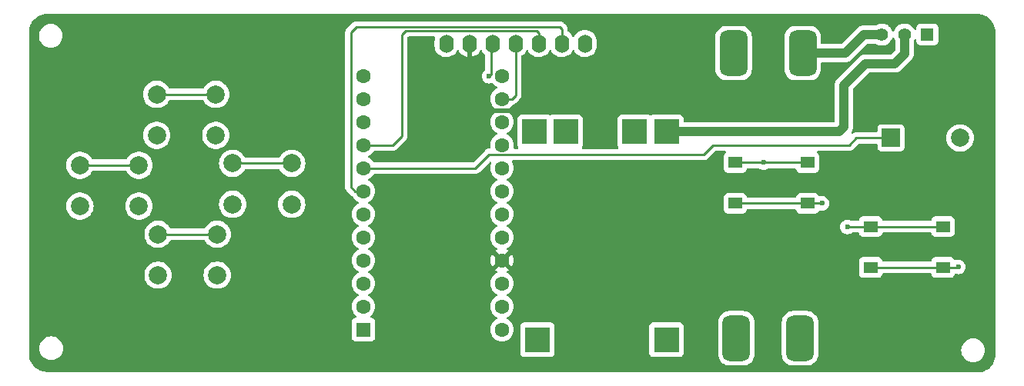
<source format=gbr>
%TF.GenerationSoftware,KiCad,Pcbnew,7.0.5*%
%TF.CreationDate,2023-12-02T12:19:24+05:30*%
%TF.ProjectId,GameBoy-Arduino,47616d65-426f-4792-9d41-726475696e6f,rev?*%
%TF.SameCoordinates,Original*%
%TF.FileFunction,Copper,L1,Top*%
%TF.FilePolarity,Positive*%
%FSLAX46Y46*%
G04 Gerber Fmt 4.6, Leading zero omitted, Abs format (unit mm)*
G04 Created by KiCad (PCBNEW 7.0.5) date 2023-12-02 12:19:24*
%MOMM*%
%LPD*%
G01*
G04 APERTURE LIST*
G04 Aperture macros list*
%AMRoundRect*
0 Rectangle with rounded corners*
0 $1 Rounding radius*
0 $2 $3 $4 $5 $6 $7 $8 $9 X,Y pos of 4 corners*
0 Add a 4 corners polygon primitive as box body*
4,1,4,$2,$3,$4,$5,$6,$7,$8,$9,$2,$3,0*
0 Add four circle primitives for the rounded corners*
1,1,$1+$1,$2,$3*
1,1,$1+$1,$4,$5*
1,1,$1+$1,$6,$7*
1,1,$1+$1,$8,$9*
0 Add four rect primitives between the rounded corners*
20,1,$1+$1,$2,$3,$4,$5,0*
20,1,$1+$1,$4,$5,$6,$7,0*
20,1,$1+$1,$6,$7,$8,$9,0*
20,1,$1+$1,$8,$9,$2,$3,0*%
G04 Aperture macros list end*
%TA.AperFunction,ComponentPad*%
%ADD10C,2.000000*%
%TD*%
%TA.AperFunction,SMDPad,CuDef*%
%ADD11R,1.550000X1.300000*%
%TD*%
%TA.AperFunction,ComponentPad*%
%ADD12R,2.000000X2.000000*%
%TD*%
%TA.AperFunction,ComponentPad*%
%ADD13O,1.600000X2.000000*%
%TD*%
%TA.AperFunction,ComponentPad*%
%ADD14R,1.408000X1.408000*%
%TD*%
%TA.AperFunction,ComponentPad*%
%ADD15C,1.408000*%
%TD*%
%TA.AperFunction,ComponentPad*%
%ADD16R,1.600000X1.600000*%
%TD*%
%TA.AperFunction,ComponentPad*%
%ADD17C,1.600000*%
%TD*%
%TA.AperFunction,ComponentPad*%
%ADD18R,2.800000X2.800000*%
%TD*%
%TA.AperFunction,ComponentPad*%
%ADD19RoundRect,0.750000X0.750000X-1.750000X0.750000X1.750000X-0.750000X1.750000X-0.750000X-1.750000X0*%
%TD*%
%TA.AperFunction,ViaPad*%
%ADD20C,0.600000*%
%TD*%
%TA.AperFunction,Conductor*%
%ADD21C,0.500000*%
%TD*%
%TA.AperFunction,Conductor*%
%ADD22C,0.250000*%
%TD*%
%TA.AperFunction,Conductor*%
%ADD23C,1.000000*%
%TD*%
G04 APERTURE END LIST*
D10*
%TO.P,SW1,1,A*%
%TO.N,/Buttons/BTNUP*%
X85050000Y-64400000D03*
X91550000Y-64400000D03*
%TO.P,SW1,2,B*%
%TO.N,GND*%
X85050000Y-68900000D03*
X91550000Y-68900000D03*
%TD*%
D11*
%TO.P,SW5,1,A*%
%TO.N,/Buttons/BTNA*%
X148675000Y-71900000D03*
X156625000Y-71900000D03*
%TO.P,SW5,2,B*%
%TO.N,GND*%
X148675000Y-76400000D03*
X156625000Y-76400000D03*
%TD*%
D12*
%TO.P,BZ1,1,-*%
%TO.N,/Microcontroller/Buzzer*%
X165800000Y-69200000D03*
D10*
%TO.P,BZ1,2,+*%
%TO.N,GND*%
X173400000Y-69200000D03*
%TD*%
%TO.P,SW4,1,A*%
%TO.N,/Buttons/BTNRIGHT*%
X76600000Y-72200000D03*
X83100000Y-72200000D03*
%TO.P,SW4,2,B*%
%TO.N,GND*%
X76600000Y-76700000D03*
X83100000Y-76700000D03*
%TD*%
%TO.P,SW3,1,A*%
%TO.N,/Buttons/BTNLFT*%
X93400000Y-72000000D03*
X99900000Y-72000000D03*
%TO.P,SW3,2,B*%
%TO.N,GND*%
X93400000Y-76500000D03*
X99900000Y-76500000D03*
%TD*%
D11*
%TO.P,SW6,1,A*%
%TO.N,/Buttons/BTNB*%
X163550000Y-78950000D03*
X171500000Y-78950000D03*
%TO.P,SW6,2,B*%
%TO.N,GND*%
X163550000Y-83450000D03*
X171500000Y-83450000D03*
%TD*%
D13*
%TO.P,U5,1,GND*%
%TO.N,GND*%
X116900000Y-58800000D03*
%TO.P,U5,2,VCC*%
%TO.N,+3.3V*%
X119440000Y-58800000D03*
%TO.P,U5,3,CLK*%
%TO.N,/LCD/CLK*%
X121980000Y-58800000D03*
%TO.P,U5,4,MOSI*%
%TO.N,/LCD/MOSI*%
X124520000Y-58800000D03*
%TO.P,U5,5,RES*%
%TO.N,/LCD/RES*%
X127060000Y-58800000D03*
%TO.P,U5,6,DC*%
%TO.N,/LCD/DC*%
X129600000Y-58800000D03*
%TO.P,U5,7,CS*%
%TO.N,GND*%
X132140000Y-58800000D03*
%TD*%
D14*
%TO.P,SW7,1,A*%
%TO.N,unconnected-(SW7-A-Pad1)*%
X169787500Y-57800000D03*
D15*
%TO.P,SW7,2,B*%
%TO.N,/LiManage_OUT*%
X167287500Y-57800000D03*
%TO.P,SW7,3,C*%
%TO.N,/BOOST_OUT*%
X164787500Y-57800000D03*
%TD*%
D10*
%TO.P,SW2,1,A*%
%TO.N,/Buttons/BTNDWN*%
X85200000Y-79800000D03*
X91700000Y-79800000D03*
%TO.P,SW2,2,B*%
%TO.N,GND*%
X85200000Y-84300000D03*
X91700000Y-84300000D03*
%TD*%
D16*
%TO.P,U4,1,TX0*%
%TO.N,unconnected-(U4-TX0-Pad1)*%
X107780000Y-90300000D03*
D17*
%TO.P,U4,2,RX1*%
%TO.N,unconnected-(U4-RX1-Pad2)*%
X107780000Y-87760000D03*
%TO.P,U4,3,GND*%
%TO.N,GND*%
X107780000Y-85220000D03*
%TO.P,U4,4,GND*%
X107780000Y-82680000D03*
%TO.P,U4,5,SDA/D2*%
%TO.N,unconnected-(U4-SDA{slash}D2-Pad5)*%
X107780000Y-80140000D03*
%TO.P,U4,6,SCL/D3*%
%TO.N,unconnected-(U4-SCL{slash}D3-Pad6)*%
X107780000Y-77600000D03*
%TO.P,U4,7,D4*%
%TO.N,/LCD/DC*%
X107780000Y-75060000D03*
%TO.P,U4,8,D5*%
%TO.N,/Microcontroller/Buzzer*%
X107780000Y-72520000D03*
%TO.P,U4,9,D6*%
%TO.N,/LCD/RES*%
X107780000Y-69980000D03*
%TO.P,U4,10,D7*%
%TO.N,/Buttons/BTNA*%
X107780000Y-67440000D03*
%TO.P,U4,11,D8*%
%TO.N,/Buttons/BTNB*%
X107780000Y-64900000D03*
%TO.P,U4,12,D9*%
%TO.N,unconnected-(U4-D9-Pad12)*%
X107780000Y-62360000D03*
%TO.P,U4,13,D10*%
%TO.N,unconnected-(U4-D10-Pad13)*%
X123020000Y-62360000D03*
%TO.P,U4,14,D16*%
%TO.N,/LCD/MOSI*%
X123020000Y-64900000D03*
%TO.P,U4,15,D14*%
%TO.N,unconnected-(U4-D14-Pad15)*%
X123020000Y-67440000D03*
%TO.P,U4,16,D15*%
%TO.N,/LCD/CLK*%
X123020000Y-69980000D03*
%TO.P,U4,17,A0*%
%TO.N,/Buttons/BTNUP*%
X123020000Y-72520000D03*
%TO.P,U4,18,A1*%
%TO.N,/Buttons/BTNLFT*%
X123020000Y-75060000D03*
%TO.P,U4,19,A2*%
%TO.N,/Buttons/BTNRIGHT*%
X123020000Y-77600000D03*
%TO.P,U4,20,A3*%
%TO.N,/Buttons/BTNDWN*%
X123020000Y-80140000D03*
%TO.P,U4,21,VCC*%
%TO.N,+3.3V*%
X123020000Y-82680000D03*
%TO.P,U4,22,RST*%
%TO.N,unconnected-(U4-RST-Pad22)*%
X123020000Y-85220000D03*
%TO.P,U4,23,GND*%
%TO.N,GND*%
X123020000Y-87760000D03*
%TO.P,U4,24,RAW*%
%TO.N,+5V*%
X123020000Y-90300000D03*
%TD*%
D18*
%TO.P,U1,1,IN+*%
%TO.N,unconnected-(U1-IN+-Pad1)*%
X141112500Y-91412500D03*
%TO.P,U1,2,IN-*%
%TO.N,unconnected-(U1-IN--Pad2)*%
X126912500Y-91412500D03*
%TO.P,U1,3,OUT+*%
%TO.N,/LiManage_OUT*%
X141112500Y-68512500D03*
%TO.P,U1,4,OUT-*%
%TO.N,GND*%
X126612500Y-68512500D03*
%TO.P,U1,5,B+*%
%TO.N,/B+*%
X137612500Y-68512500D03*
%TO.P,U1,6,B-*%
%TO.N,/B-*%
X130012500Y-68512500D03*
%TD*%
D19*
%TO.P,U2,1,VIN+*%
%TO.N,/BOOST_OUT*%
X156095000Y-59855000D03*
%TO.P,U2,2,VIN-*%
%TO.N,GND*%
X148495000Y-59855000D03*
%TO.P,U2,3,VOUT+*%
%TO.N,+5V*%
X155795000Y-91255000D03*
%TO.P,U2,4,VOUT-*%
%TO.N,GND*%
X148795000Y-91255000D03*
%TD*%
D20*
%TO.N,+3.3V*%
X124600000Y-66000000D03*
X120800000Y-66200000D03*
%TO.N,GND*%
X158200000Y-76400000D03*
X173200000Y-83400000D03*
%TO.N,/Buttons/BTNB*%
X161000000Y-79000000D03*
%TO.N,/Buttons/BTNA*%
X151800000Y-71900000D03*
%TO.N,/LCD/CLK*%
X121600000Y-62400000D03*
%TD*%
D21*
%TO.N,+3.3V*%
X124400000Y-66200000D02*
X124600000Y-66000000D01*
X120800000Y-66200000D02*
X124400000Y-66200000D01*
D22*
%TO.N,GND*%
X156625000Y-76400000D02*
X158200000Y-76400000D01*
X148675000Y-76400000D02*
X156625000Y-76400000D01*
X171500000Y-83450000D02*
X173150000Y-83450000D01*
X163550000Y-83450000D02*
X171500000Y-83450000D01*
X173150000Y-83450000D02*
X173200000Y-83400000D01*
%TO.N,/Buttons/BTNUP*%
X85050000Y-64400000D02*
X91550000Y-64400000D01*
%TO.N,/Buttons/BTNDWN*%
X85200000Y-79800000D02*
X91700000Y-79800000D01*
%TO.N,/Buttons/BTNLFT*%
X93400000Y-72000000D02*
X99900000Y-72000000D01*
%TO.N,/Buttons/BTNRIGHT*%
X76600000Y-72200000D02*
X83100000Y-72200000D01*
%TO.N,/Buttons/BTNB*%
X161050000Y-78950000D02*
X163550000Y-78950000D01*
X161000000Y-79000000D02*
X161050000Y-78950000D01*
X171500000Y-78950000D02*
X163550000Y-78950000D01*
%TO.N,/Buttons/BTNA*%
X151800000Y-71900000D02*
X148675000Y-71900000D01*
X156625000Y-71900000D02*
X151800000Y-71900000D01*
%TO.N,/Microcontroller/Buzzer*%
X121600000Y-71000000D02*
X122552247Y-71000000D01*
X146200000Y-70000000D02*
X161200000Y-70000000D01*
X122584247Y-71032000D02*
X145168000Y-71032000D01*
X162000000Y-69200000D02*
X165800000Y-69200000D01*
X120080000Y-72520000D02*
X121600000Y-71000000D01*
X145168000Y-71032000D02*
X146200000Y-70000000D01*
X122552247Y-71000000D02*
X122584247Y-71032000D01*
X107780000Y-72520000D02*
X120080000Y-72520000D01*
X161200000Y-70000000D02*
X162000000Y-69200000D01*
%TO.N,/LCD/DC*%
X107000000Y-57000000D02*
X129400000Y-57000000D01*
X106400000Y-57600000D02*
X107000000Y-57000000D01*
X107780000Y-75060000D02*
X106860000Y-75060000D01*
X129600000Y-57200000D02*
X129600000Y-58800000D01*
X106860000Y-75060000D02*
X106400000Y-74600000D01*
X106400000Y-74600000D02*
X106400000Y-57600000D01*
X129400000Y-57000000D02*
X129600000Y-57200000D01*
%TO.N,/LCD/RES*%
X112400000Y-57400000D02*
X126800000Y-57400000D01*
X126800000Y-57400000D02*
X127060000Y-57660000D01*
X127060000Y-57660000D02*
X127060000Y-58800000D01*
X107780000Y-69980000D02*
X111020000Y-69980000D01*
X112000000Y-57800000D02*
X112400000Y-57400000D01*
X111020000Y-69980000D02*
X112000000Y-69000000D01*
X112000000Y-69000000D02*
X112000000Y-57800000D01*
%TO.N,/LCD/MOSI*%
X124100000Y-64900000D02*
X124520000Y-64480000D01*
X124520000Y-64480000D02*
X124520000Y-58800000D01*
X123020000Y-64900000D02*
X124100000Y-64900000D01*
%TO.N,/LCD/CLK*%
X121800000Y-62200000D02*
X121600000Y-62400000D01*
X121800000Y-58980000D02*
X121800000Y-62200000D01*
X121980000Y-58800000D02*
X121800000Y-58980000D01*
X121600000Y-59180000D02*
X121980000Y-58800000D01*
D23*
%TO.N,/LiManage_OUT*%
X166200000Y-61000000D02*
X167287500Y-59912500D01*
X163000000Y-61000000D02*
X166200000Y-61000000D01*
X160087500Y-68512500D02*
X160600000Y-68000000D01*
X160600000Y-63400000D02*
X163000000Y-61000000D01*
X167287500Y-59912500D02*
X167287500Y-57800000D01*
X160600000Y-68000000D02*
X160600000Y-63400000D01*
X141112500Y-68512500D02*
X160087500Y-68512500D01*
%TO.N,/BOOST_OUT*%
X162800000Y-57800000D02*
X160745000Y-59855000D01*
X164787500Y-57800000D02*
X162800000Y-57800000D01*
X160745000Y-59855000D02*
X156095000Y-59855000D01*
%TD*%
%TA.AperFunction,Conductor*%
%TO.N,+3.3V*%
G36*
X115612998Y-58045185D02*
G01*
X115658753Y-58097989D01*
X115668697Y-58167147D01*
X115665734Y-58181593D01*
X115614366Y-58373302D01*
X115614364Y-58373312D01*
X115599500Y-58543214D01*
X115599500Y-59056785D01*
X115614364Y-59226687D01*
X115614366Y-59226697D01*
X115673258Y-59446488D01*
X115673261Y-59446497D01*
X115769431Y-59652732D01*
X115769432Y-59652734D01*
X115899954Y-59839141D01*
X116060858Y-60000045D01*
X116073246Y-60008719D01*
X116247266Y-60130568D01*
X116453504Y-60226739D01*
X116453509Y-60226740D01*
X116453511Y-60226741D01*
X116499860Y-60239160D01*
X116673308Y-60285635D01*
X116835230Y-60299801D01*
X116899998Y-60305468D01*
X116900000Y-60305468D01*
X116900002Y-60305468D01*
X116956673Y-60300509D01*
X117126692Y-60285635D01*
X117346496Y-60226739D01*
X117552734Y-60130568D01*
X117739139Y-60000047D01*
X117900047Y-59839139D01*
X118030568Y-59652734D01*
X118057895Y-59594129D01*
X118104064Y-59541695D01*
X118171257Y-59522542D01*
X118238139Y-59542757D01*
X118282657Y-59594133D01*
X118309865Y-59652482D01*
X118440342Y-59838820D01*
X118601179Y-59999657D01*
X118787517Y-60130134D01*
X118993673Y-60226265D01*
X118993682Y-60226269D01*
X119189999Y-60278872D01*
X119190000Y-60278871D01*
X119190000Y-59235501D01*
X119297685Y-59284680D01*
X119404237Y-59300000D01*
X119475763Y-59300000D01*
X119582315Y-59284680D01*
X119690000Y-59235501D01*
X119690000Y-60278872D01*
X119886317Y-60226269D01*
X119886326Y-60226265D01*
X120092482Y-60130134D01*
X120278820Y-59999657D01*
X120439657Y-59838820D01*
X120570132Y-59652484D01*
X120597341Y-59594134D01*
X120643513Y-59541695D01*
X120710707Y-59522542D01*
X120777588Y-59542757D01*
X120822106Y-59594133D01*
X120849431Y-59652732D01*
X120849432Y-59652734D01*
X120979954Y-59839141D01*
X121138181Y-59997368D01*
X121171666Y-60058691D01*
X121174500Y-60085049D01*
X121174500Y-61653418D01*
X121154815Y-61720457D01*
X121116475Y-61758410D01*
X121097739Y-61770183D01*
X121097737Y-61770184D01*
X120970184Y-61897737D01*
X120874211Y-62050476D01*
X120814631Y-62220745D01*
X120814630Y-62220750D01*
X120794435Y-62399996D01*
X120794435Y-62400003D01*
X120814630Y-62579249D01*
X120814631Y-62579254D01*
X120874211Y-62749523D01*
X120934264Y-62845096D01*
X120970184Y-62902262D01*
X121097738Y-63029816D01*
X121188080Y-63086581D01*
X121237233Y-63117467D01*
X121250478Y-63125789D01*
X121412880Y-63182616D01*
X121420745Y-63185368D01*
X121420750Y-63185369D01*
X121599996Y-63205565D01*
X121600000Y-63205565D01*
X121600004Y-63205565D01*
X121779249Y-63185369D01*
X121779252Y-63185368D01*
X121779255Y-63185368D01*
X121779256Y-63185367D01*
X121779259Y-63185367D01*
X121812211Y-63173836D01*
X121876184Y-63151450D01*
X121945961Y-63147888D01*
X122006589Y-63182616D01*
X122018711Y-63197366D01*
X122019953Y-63199140D01*
X122180858Y-63360045D01*
X122227693Y-63392839D01*
X122367266Y-63490568D01*
X122425275Y-63517618D01*
X122477714Y-63563791D01*
X122496866Y-63630984D01*
X122476650Y-63697865D01*
X122425275Y-63742382D01*
X122367267Y-63769431D01*
X122367265Y-63769432D01*
X122180858Y-63899954D01*
X122019954Y-64060858D01*
X121889432Y-64247265D01*
X121889431Y-64247267D01*
X121793261Y-64453502D01*
X121793258Y-64453511D01*
X121734366Y-64673302D01*
X121734364Y-64673313D01*
X121714532Y-64899998D01*
X121714532Y-64900001D01*
X121734364Y-65126686D01*
X121734366Y-65126697D01*
X121793258Y-65346488D01*
X121793261Y-65346497D01*
X121889431Y-65552732D01*
X121889432Y-65552734D01*
X122019954Y-65739141D01*
X122180858Y-65900045D01*
X122265500Y-65959311D01*
X122367266Y-66030568D01*
X122425278Y-66057619D01*
X122477713Y-66103788D01*
X122496866Y-66170982D01*
X122476651Y-66237863D01*
X122425277Y-66282380D01*
X122367268Y-66309430D01*
X122367265Y-66309432D01*
X122180858Y-66439954D01*
X122019954Y-66600858D01*
X121889432Y-66787265D01*
X121889431Y-66787267D01*
X121793261Y-66993502D01*
X121793258Y-66993511D01*
X121734366Y-67213302D01*
X121734364Y-67213313D01*
X121714532Y-67439998D01*
X121714532Y-67440001D01*
X121734364Y-67666686D01*
X121734366Y-67666697D01*
X121793258Y-67886488D01*
X121793261Y-67886497D01*
X121889431Y-68092732D01*
X121889432Y-68092734D01*
X122019954Y-68279141D01*
X122180858Y-68440045D01*
X122227693Y-68472839D01*
X122367266Y-68570568D01*
X122407510Y-68589334D01*
X122425275Y-68597618D01*
X122477714Y-68643791D01*
X122496866Y-68710984D01*
X122476650Y-68777865D01*
X122425275Y-68822382D01*
X122367267Y-68849431D01*
X122367265Y-68849432D01*
X122180858Y-68979954D01*
X122019954Y-69140858D01*
X121889432Y-69327265D01*
X121889431Y-69327267D01*
X121793261Y-69533502D01*
X121793258Y-69533511D01*
X121734366Y-69753302D01*
X121734364Y-69753313D01*
X121714532Y-69979998D01*
X121714532Y-69980001D01*
X121734364Y-70206686D01*
X121734366Y-70206699D01*
X121737258Y-70217491D01*
X121735593Y-70287341D01*
X121696428Y-70345202D01*
X121632199Y-70372704D01*
X121621379Y-70373519D01*
X121591142Y-70374469D01*
X121589193Y-70374500D01*
X121560649Y-70374500D01*
X121553778Y-70375367D01*
X121547959Y-70375825D01*
X121501374Y-70377289D01*
X121501368Y-70377290D01*
X121482126Y-70382880D01*
X121463087Y-70386823D01*
X121443217Y-70389334D01*
X121443203Y-70389337D01*
X121399883Y-70406488D01*
X121394358Y-70408380D01*
X121349613Y-70421380D01*
X121349610Y-70421381D01*
X121332366Y-70431579D01*
X121314905Y-70440133D01*
X121296274Y-70447510D01*
X121296262Y-70447517D01*
X121258570Y-70474902D01*
X121253687Y-70478109D01*
X121213580Y-70501829D01*
X121199414Y-70515995D01*
X121184624Y-70528627D01*
X121168414Y-70540404D01*
X121168411Y-70540407D01*
X121138710Y-70576309D01*
X121134777Y-70580631D01*
X119857228Y-71858181D01*
X119795905Y-71891666D01*
X119769547Y-71894500D01*
X108994188Y-71894500D01*
X108927149Y-71874815D01*
X108892613Y-71841623D01*
X108780045Y-71680858D01*
X108619141Y-71519954D01*
X108432734Y-71389432D01*
X108432728Y-71389429D01*
X108374725Y-71362382D01*
X108322285Y-71316210D01*
X108303133Y-71249017D01*
X108323348Y-71182135D01*
X108374725Y-71137618D01*
X108432734Y-71110568D01*
X108619139Y-70980047D01*
X108780047Y-70819139D01*
X108890203Y-70661819D01*
X108892613Y-70658377D01*
X108947189Y-70614752D01*
X108994188Y-70605500D01*
X110937257Y-70605500D01*
X110952877Y-70607224D01*
X110952904Y-70606939D01*
X110960666Y-70607673D01*
X110960666Y-70607672D01*
X110960667Y-70607673D01*
X110963999Y-70607568D01*
X111028847Y-70605531D01*
X111030794Y-70605500D01*
X111059347Y-70605500D01*
X111059350Y-70605500D01*
X111066228Y-70604630D01*
X111072041Y-70604172D01*
X111118627Y-70602709D01*
X111137869Y-70597117D01*
X111156912Y-70593174D01*
X111176792Y-70590664D01*
X111220122Y-70573507D01*
X111225646Y-70571617D01*
X111229396Y-70570527D01*
X111270390Y-70558618D01*
X111287629Y-70548422D01*
X111305103Y-70539862D01*
X111323727Y-70532488D01*
X111323727Y-70532487D01*
X111323732Y-70532486D01*
X111361449Y-70505082D01*
X111366305Y-70501892D01*
X111406420Y-70478170D01*
X111420589Y-70463999D01*
X111435379Y-70451368D01*
X111451587Y-70439594D01*
X111481299Y-70403676D01*
X111485212Y-70399376D01*
X112383787Y-69500802D01*
X112396042Y-69490986D01*
X112395859Y-69490764D01*
X112401868Y-69485791D01*
X112401877Y-69485786D01*
X112448607Y-69436022D01*
X112449846Y-69434743D01*
X112470120Y-69414471D01*
X112474379Y-69408978D01*
X112478152Y-69404561D01*
X112510062Y-69370582D01*
X112519713Y-69353024D01*
X112530396Y-69336761D01*
X112542673Y-69320936D01*
X112561185Y-69278153D01*
X112563738Y-69272941D01*
X112586197Y-69232092D01*
X112591180Y-69212680D01*
X112597481Y-69194280D01*
X112605437Y-69175896D01*
X112612729Y-69129852D01*
X112613906Y-69124171D01*
X112625500Y-69079019D01*
X112625500Y-69058982D01*
X112627027Y-69039582D01*
X112630160Y-69019804D01*
X112625775Y-68973415D01*
X112625500Y-68967577D01*
X112625500Y-58149500D01*
X112645185Y-58082461D01*
X112697989Y-58036706D01*
X112749500Y-58025500D01*
X115545959Y-58025500D01*
X115612998Y-58045185D01*
G37*
%TD.AperFunction*%
%TA.AperFunction,Conductor*%
G36*
X175246599Y-55550492D02*
G01*
X175246648Y-55550500D01*
X175266715Y-55550500D01*
X175272962Y-55550500D01*
X175277018Y-55550633D01*
X175460281Y-55562644D01*
X175531937Y-55567340D01*
X175539970Y-55568398D01*
X175774158Y-55614980D01*
X175788517Y-55617837D01*
X175796358Y-55619938D01*
X175865361Y-55643361D01*
X176036337Y-55701399D01*
X176043811Y-55704495D01*
X176271107Y-55816585D01*
X176278132Y-55820642D01*
X176488840Y-55961433D01*
X176495268Y-55966365D01*
X176657294Y-56108457D01*
X176685801Y-56133457D01*
X176691540Y-56139196D01*
X176858632Y-56329729D01*
X176863568Y-56336161D01*
X176889185Y-56374500D01*
X177004357Y-56546867D01*
X177008416Y-56553897D01*
X177120375Y-56780927D01*
X177120498Y-56781175D01*
X177123602Y-56788670D01*
X177139218Y-56834670D01*
X177205061Y-57028641D01*
X177207162Y-57036482D01*
X177256599Y-57285016D01*
X177257659Y-57293065D01*
X177274367Y-57547980D01*
X177274500Y-57552036D01*
X177274500Y-93022962D01*
X177274367Y-93027018D01*
X177257659Y-93281934D01*
X177256599Y-93289983D01*
X177207162Y-93538517D01*
X177205061Y-93546358D01*
X177123605Y-93786323D01*
X177120498Y-93793824D01*
X177008417Y-94021101D01*
X177004357Y-94028132D01*
X176863570Y-94238835D01*
X176858628Y-94245276D01*
X176691542Y-94435801D01*
X176685801Y-94441542D01*
X176495276Y-94608628D01*
X176488835Y-94613570D01*
X176278132Y-94754357D01*
X176271101Y-94758417D01*
X176043824Y-94870498D01*
X176036323Y-94873605D01*
X175796359Y-94955061D01*
X175788517Y-94957162D01*
X175585140Y-94997617D01*
X175560948Y-95000000D01*
X141865448Y-95000000D01*
X73027636Y-94949519D01*
X73027515Y-94949500D01*
X73008285Y-94949500D01*
X73002048Y-94949500D01*
X72997992Y-94949367D01*
X72743065Y-94932659D01*
X72735018Y-94931599D01*
X72679485Y-94920553D01*
X72486482Y-94882162D01*
X72478640Y-94880061D01*
X72323905Y-94827536D01*
X72238670Y-94798602D01*
X72231181Y-94795500D01*
X72003897Y-94683416D01*
X71996867Y-94679357D01*
X71786164Y-94538570D01*
X71779729Y-94533632D01*
X71589196Y-94366540D01*
X71583457Y-94360801D01*
X71416365Y-94170268D01*
X71411433Y-94163840D01*
X71270642Y-93953132D01*
X71266585Y-93946107D01*
X71154495Y-93718811D01*
X71151399Y-93711337D01*
X71069938Y-93471358D01*
X71067837Y-93463517D01*
X71059117Y-93419678D01*
X71018398Y-93214970D01*
X71017340Y-93206933D01*
X71014922Y-93170046D01*
X71009309Y-93084397D01*
X71000633Y-92952018D01*
X71000500Y-92947962D01*
X71000500Y-92350001D01*
X72144532Y-92350001D01*
X72164364Y-92576686D01*
X72164366Y-92576697D01*
X72223258Y-92796488D01*
X72223261Y-92796497D01*
X72319431Y-93002732D01*
X72319432Y-93002734D01*
X72449954Y-93189141D01*
X72610858Y-93350045D01*
X72610861Y-93350047D01*
X72797266Y-93480568D01*
X73003504Y-93576739D01*
X73223308Y-93635635D01*
X73393214Y-93650499D01*
X73393215Y-93650500D01*
X73393216Y-93650500D01*
X73506785Y-93650500D01*
X73506785Y-93650499D01*
X73676692Y-93635635D01*
X73896496Y-93576739D01*
X74102734Y-93480568D01*
X74289139Y-93350047D01*
X74450047Y-93189139D01*
X74580568Y-93002734D01*
X74646954Y-92860370D01*
X125012000Y-92860370D01*
X125012001Y-92860376D01*
X125018408Y-92919983D01*
X125068702Y-93054828D01*
X125068706Y-93054835D01*
X125154952Y-93170044D01*
X125154955Y-93170047D01*
X125270164Y-93256293D01*
X125270171Y-93256297D01*
X125405017Y-93306591D01*
X125405016Y-93306591D01*
X125411944Y-93307335D01*
X125464627Y-93313000D01*
X128360372Y-93312999D01*
X128419983Y-93306591D01*
X128554831Y-93256296D01*
X128670046Y-93170046D01*
X128756296Y-93054831D01*
X128806591Y-92919983D01*
X128813000Y-92860373D01*
X128813000Y-92860370D01*
X139212000Y-92860370D01*
X139212001Y-92860376D01*
X139218408Y-92919983D01*
X139268702Y-93054828D01*
X139268706Y-93054835D01*
X139354952Y-93170044D01*
X139354955Y-93170047D01*
X139470164Y-93256293D01*
X139470171Y-93256297D01*
X139605017Y-93306591D01*
X139605016Y-93306591D01*
X139611944Y-93307335D01*
X139664627Y-93313000D01*
X142560372Y-93312999D01*
X142619983Y-93306591D01*
X142754831Y-93256296D01*
X142870046Y-93170046D01*
X142945533Y-93069208D01*
X146794500Y-93069208D01*
X146794501Y-93069223D01*
X146804904Y-93201413D01*
X146804905Y-93201420D01*
X146859902Y-93419678D01*
X146859903Y-93419681D01*
X146952991Y-93624622D01*
X146952997Y-93624632D01*
X147081174Y-93809645D01*
X147081178Y-93809650D01*
X147081181Y-93809654D01*
X147240346Y-93968819D01*
X147240350Y-93968822D01*
X147240354Y-93968825D01*
X147315810Y-94021101D01*
X147425374Y-94097007D01*
X147630317Y-94190096D01*
X147630321Y-94190097D01*
X147848579Y-94245094D01*
X147848581Y-94245094D01*
X147848588Y-94245096D01*
X147980783Y-94255500D01*
X149609216Y-94255499D01*
X149741412Y-94245096D01*
X149959683Y-94190096D01*
X150164626Y-94097007D01*
X150349654Y-93968819D01*
X150508819Y-93809654D01*
X150637007Y-93624626D01*
X150730096Y-93419683D01*
X150785096Y-93201412D01*
X150795500Y-93069217D01*
X150795500Y-93069208D01*
X153794500Y-93069208D01*
X153794501Y-93069223D01*
X153804904Y-93201413D01*
X153804905Y-93201420D01*
X153859902Y-93419678D01*
X153859903Y-93419681D01*
X153952991Y-93624622D01*
X153952997Y-93624632D01*
X154081174Y-93809645D01*
X154081178Y-93809650D01*
X154081181Y-93809654D01*
X154240346Y-93968819D01*
X154240350Y-93968822D01*
X154240354Y-93968825D01*
X154315810Y-94021101D01*
X154425374Y-94097007D01*
X154630317Y-94190096D01*
X154630321Y-94190097D01*
X154848579Y-94245094D01*
X154848581Y-94245094D01*
X154848588Y-94245096D01*
X154980783Y-94255500D01*
X156609216Y-94255499D01*
X156741412Y-94245096D01*
X156959683Y-94190096D01*
X157164626Y-94097007D01*
X157349654Y-93968819D01*
X157508819Y-93809654D01*
X157637007Y-93624626D01*
X157730096Y-93419683D01*
X157785096Y-93201412D01*
X157795500Y-93069217D01*
X157795500Y-92575001D01*
X173519532Y-92575001D01*
X173539364Y-92801686D01*
X173539366Y-92801697D01*
X173598258Y-93021488D01*
X173598261Y-93021497D01*
X173694431Y-93227732D01*
X173694432Y-93227734D01*
X173824954Y-93414141D01*
X173985858Y-93575045D01*
X173985861Y-93575047D01*
X174172266Y-93705568D01*
X174378504Y-93801739D01*
X174378509Y-93801740D01*
X174378511Y-93801741D01*
X174431415Y-93815916D01*
X174598308Y-93860635D01*
X174768214Y-93875499D01*
X174768215Y-93875500D01*
X174768216Y-93875500D01*
X174881785Y-93875500D01*
X174881785Y-93875499D01*
X175051692Y-93860635D01*
X175271496Y-93801739D01*
X175477734Y-93705568D01*
X175664139Y-93575047D01*
X175825047Y-93414139D01*
X175955568Y-93227734D01*
X176051739Y-93021496D01*
X176110635Y-92801692D01*
X176130320Y-92576692D01*
X176130468Y-92575001D01*
X176130468Y-92574998D01*
X176110783Y-92350000D01*
X176110635Y-92348308D01*
X176051739Y-92128504D01*
X175955568Y-91922266D01*
X175825047Y-91735861D01*
X175825045Y-91735858D01*
X175664141Y-91574954D01*
X175477734Y-91444432D01*
X175477732Y-91444431D01*
X175271497Y-91348261D01*
X175271488Y-91348258D01*
X175051697Y-91289366D01*
X175051687Y-91289364D01*
X174881785Y-91274500D01*
X174881784Y-91274500D01*
X174768216Y-91274500D01*
X174768215Y-91274500D01*
X174598312Y-91289364D01*
X174598302Y-91289366D01*
X174378511Y-91348258D01*
X174378502Y-91348261D01*
X174172267Y-91444431D01*
X174172265Y-91444432D01*
X173985858Y-91574954D01*
X173824954Y-91735858D01*
X173694432Y-91922265D01*
X173694431Y-91922267D01*
X173598261Y-92128502D01*
X173598258Y-92128511D01*
X173539366Y-92348302D01*
X173539364Y-92348313D01*
X173519532Y-92574998D01*
X173519532Y-92575001D01*
X157795500Y-92575001D01*
X157795499Y-89440784D01*
X157785096Y-89308588D01*
X157782920Y-89299954D01*
X157730097Y-89090321D01*
X157730096Y-89090318D01*
X157722348Y-89073261D01*
X157637007Y-88885374D01*
X157550180Y-88760047D01*
X157508825Y-88700354D01*
X157508822Y-88700350D01*
X157508819Y-88700346D01*
X157349654Y-88541181D01*
X157349650Y-88541178D01*
X157349645Y-88541174D01*
X157164632Y-88412997D01*
X157164630Y-88412995D01*
X157164626Y-88412993D01*
X157164051Y-88412732D01*
X156959681Y-88319903D01*
X156959678Y-88319902D01*
X156741420Y-88264905D01*
X156741413Y-88264904D01*
X156697346Y-88261436D01*
X156609217Y-88254500D01*
X156609215Y-88254500D01*
X154980791Y-88254500D01*
X154980776Y-88254501D01*
X154848586Y-88264904D01*
X154848579Y-88264905D01*
X154630321Y-88319902D01*
X154630318Y-88319903D01*
X154425377Y-88412991D01*
X154425367Y-88412997D01*
X154240354Y-88541174D01*
X154240342Y-88541184D01*
X154081184Y-88700342D01*
X154081174Y-88700354D01*
X153952997Y-88885367D01*
X153952991Y-88885377D01*
X153859903Y-89090318D01*
X153859902Y-89090321D01*
X153804905Y-89308579D01*
X153804904Y-89308586D01*
X153794500Y-89440777D01*
X153794500Y-93069208D01*
X150795500Y-93069208D01*
X150795499Y-89440784D01*
X150785096Y-89308588D01*
X150782920Y-89299954D01*
X150730097Y-89090321D01*
X150730096Y-89090318D01*
X150722348Y-89073261D01*
X150637007Y-88885374D01*
X150550180Y-88760047D01*
X150508825Y-88700354D01*
X150508822Y-88700350D01*
X150508819Y-88700346D01*
X150349654Y-88541181D01*
X150349650Y-88541178D01*
X150349645Y-88541174D01*
X150164632Y-88412997D01*
X150164630Y-88412995D01*
X150164626Y-88412993D01*
X150164051Y-88412732D01*
X149959681Y-88319903D01*
X149959678Y-88319902D01*
X149741420Y-88264905D01*
X149741413Y-88264904D01*
X149697346Y-88261436D01*
X149609217Y-88254500D01*
X149609215Y-88254500D01*
X147980791Y-88254500D01*
X147980776Y-88254501D01*
X147848586Y-88264904D01*
X147848579Y-88264905D01*
X147630321Y-88319902D01*
X147630318Y-88319903D01*
X147425377Y-88412991D01*
X147425367Y-88412997D01*
X147240354Y-88541174D01*
X147240342Y-88541184D01*
X147081184Y-88700342D01*
X147081174Y-88700354D01*
X146952997Y-88885367D01*
X146952991Y-88885377D01*
X146859903Y-89090318D01*
X146859902Y-89090321D01*
X146804905Y-89308579D01*
X146804904Y-89308586D01*
X146794500Y-89440777D01*
X146794500Y-93069208D01*
X142945533Y-93069208D01*
X142956296Y-93054831D01*
X143006591Y-92919983D01*
X143013000Y-92860373D01*
X143012999Y-89964628D01*
X143006591Y-89905017D01*
X142956296Y-89770169D01*
X142956295Y-89770168D01*
X142956293Y-89770164D01*
X142870047Y-89654955D01*
X142870044Y-89654952D01*
X142754835Y-89568706D01*
X142754828Y-89568702D01*
X142619982Y-89518408D01*
X142619983Y-89518408D01*
X142560383Y-89512001D01*
X142560381Y-89512000D01*
X142560373Y-89512000D01*
X142560364Y-89512000D01*
X139664629Y-89512000D01*
X139664623Y-89512001D01*
X139605016Y-89518408D01*
X139470171Y-89568702D01*
X139470164Y-89568706D01*
X139354955Y-89654952D01*
X139354952Y-89654955D01*
X139268706Y-89770164D01*
X139268702Y-89770171D01*
X139218408Y-89905017D01*
X139212001Y-89964616D01*
X139212001Y-89964623D01*
X139212000Y-89964635D01*
X139212000Y-92860370D01*
X128813000Y-92860370D01*
X128812999Y-89964628D01*
X128806591Y-89905017D01*
X128756296Y-89770169D01*
X128756295Y-89770168D01*
X128756293Y-89770164D01*
X128670047Y-89654955D01*
X128670044Y-89654952D01*
X128554835Y-89568706D01*
X128554828Y-89568702D01*
X128419982Y-89518408D01*
X128419983Y-89518408D01*
X128360383Y-89512001D01*
X128360381Y-89512000D01*
X128360373Y-89512000D01*
X128360364Y-89512000D01*
X125464629Y-89512000D01*
X125464623Y-89512001D01*
X125405016Y-89518408D01*
X125270171Y-89568702D01*
X125270164Y-89568706D01*
X125154955Y-89654952D01*
X125154952Y-89654955D01*
X125068706Y-89770164D01*
X125068702Y-89770171D01*
X125018408Y-89905017D01*
X125012001Y-89964616D01*
X125012001Y-89964623D01*
X125012000Y-89964635D01*
X125012000Y-92860370D01*
X74646954Y-92860370D01*
X74676739Y-92796496D01*
X74735635Y-92576692D01*
X74755468Y-92350000D01*
X74755320Y-92348313D01*
X74736090Y-92128511D01*
X74735635Y-92123308D01*
X74676739Y-91903504D01*
X74580568Y-91697266D01*
X74450047Y-91510861D01*
X74450045Y-91510858D01*
X74289141Y-91349954D01*
X74102734Y-91219432D01*
X74102732Y-91219431D01*
X73896497Y-91123261D01*
X73896488Y-91123258D01*
X73676697Y-91064366D01*
X73676687Y-91064364D01*
X73506785Y-91049500D01*
X73506784Y-91049500D01*
X73393216Y-91049500D01*
X73393215Y-91049500D01*
X73223312Y-91064364D01*
X73223302Y-91064366D01*
X73003511Y-91123258D01*
X73003502Y-91123261D01*
X72797267Y-91219431D01*
X72797265Y-91219432D01*
X72610858Y-91349954D01*
X72449954Y-91510858D01*
X72319432Y-91697265D01*
X72319431Y-91697267D01*
X72223261Y-91903502D01*
X72223258Y-91903511D01*
X72164366Y-92123302D01*
X72164364Y-92123313D01*
X72144532Y-92349998D01*
X72144532Y-92350001D01*
X71000500Y-92350001D01*
X71000500Y-84300005D01*
X83694357Y-84300005D01*
X83714890Y-84547812D01*
X83714892Y-84547824D01*
X83775936Y-84788881D01*
X83875826Y-85016606D01*
X84011833Y-85224782D01*
X84011836Y-85224785D01*
X84180256Y-85407738D01*
X84376491Y-85560474D01*
X84595190Y-85678828D01*
X84830386Y-85759571D01*
X85075665Y-85800500D01*
X85324335Y-85800500D01*
X85569614Y-85759571D01*
X85804810Y-85678828D01*
X86023509Y-85560474D01*
X86219744Y-85407738D01*
X86388164Y-85224785D01*
X86391292Y-85219998D01*
X86396014Y-85212769D01*
X86524173Y-85016607D01*
X86624063Y-84788881D01*
X86685108Y-84547821D01*
X86685109Y-84547812D01*
X86705643Y-84300005D01*
X90194357Y-84300005D01*
X90214890Y-84547812D01*
X90214892Y-84547824D01*
X90275936Y-84788881D01*
X90375826Y-85016606D01*
X90511833Y-85224782D01*
X90511836Y-85224785D01*
X90680256Y-85407738D01*
X90876491Y-85560474D01*
X91095190Y-85678828D01*
X91330386Y-85759571D01*
X91575665Y-85800500D01*
X91824335Y-85800500D01*
X92069614Y-85759571D01*
X92304810Y-85678828D01*
X92523509Y-85560474D01*
X92719744Y-85407738D01*
X92888164Y-85224785D01*
X92891292Y-85219998D01*
X92896014Y-85212769D01*
X93024173Y-85016607D01*
X93124063Y-84788881D01*
X93185108Y-84547821D01*
X93185109Y-84547812D01*
X93205643Y-84300005D01*
X93205643Y-84299994D01*
X93185109Y-84052187D01*
X93185107Y-84052175D01*
X93124063Y-83811118D01*
X93024173Y-83583393D01*
X92888166Y-83375217D01*
X92866557Y-83351744D01*
X92719744Y-83192262D01*
X92523509Y-83039526D01*
X92523507Y-83039525D01*
X92523506Y-83039524D01*
X92304811Y-82921172D01*
X92304802Y-82921169D01*
X92069616Y-82840429D01*
X91824335Y-82799500D01*
X91575665Y-82799500D01*
X91330383Y-82840429D01*
X91095197Y-82921169D01*
X91095188Y-82921172D01*
X90876493Y-83039524D01*
X90680257Y-83192261D01*
X90511833Y-83375217D01*
X90375826Y-83583393D01*
X90275936Y-83811118D01*
X90214892Y-84052175D01*
X90214890Y-84052187D01*
X90194357Y-84299994D01*
X90194357Y-84300005D01*
X86705643Y-84300005D01*
X86705643Y-84299994D01*
X86685109Y-84052187D01*
X86685107Y-84052175D01*
X86624063Y-83811118D01*
X86524173Y-83583393D01*
X86388166Y-83375217D01*
X86366557Y-83351744D01*
X86219744Y-83192262D01*
X86023509Y-83039526D01*
X86023507Y-83039525D01*
X86023506Y-83039524D01*
X85804811Y-82921172D01*
X85804802Y-82921169D01*
X85569616Y-82840429D01*
X85324335Y-82799500D01*
X85075665Y-82799500D01*
X84830383Y-82840429D01*
X84595197Y-82921169D01*
X84595188Y-82921172D01*
X84376493Y-83039524D01*
X84180257Y-83192261D01*
X84011833Y-83375217D01*
X83875826Y-83583393D01*
X83775936Y-83811118D01*
X83714892Y-84052175D01*
X83714890Y-84052187D01*
X83694357Y-84299994D01*
X83694357Y-84300005D01*
X71000500Y-84300005D01*
X71000500Y-79800005D01*
X83694357Y-79800005D01*
X83714890Y-80047812D01*
X83714892Y-80047824D01*
X83775936Y-80288881D01*
X83875826Y-80516606D01*
X84011833Y-80724782D01*
X84011836Y-80724785D01*
X84180256Y-80907738D01*
X84376491Y-81060474D01*
X84595190Y-81178828D01*
X84830386Y-81259571D01*
X85075665Y-81300500D01*
X85324335Y-81300500D01*
X85569614Y-81259571D01*
X85804810Y-81178828D01*
X86023509Y-81060474D01*
X86219744Y-80907738D01*
X86388164Y-80724785D01*
X86524173Y-80516607D01*
X86524175Y-80516603D01*
X86531595Y-80499689D01*
X86576551Y-80446203D01*
X86643287Y-80425514D01*
X86645150Y-80425500D01*
X90254850Y-80425500D01*
X90321889Y-80445185D01*
X90367644Y-80497989D01*
X90368405Y-80499689D01*
X90375824Y-80516603D01*
X90511833Y-80724782D01*
X90511836Y-80724785D01*
X90680256Y-80907738D01*
X90876491Y-81060474D01*
X91095190Y-81178828D01*
X91330386Y-81259571D01*
X91575665Y-81300500D01*
X91824335Y-81300500D01*
X92069614Y-81259571D01*
X92304810Y-81178828D01*
X92523509Y-81060474D01*
X92719744Y-80907738D01*
X92888164Y-80724785D01*
X93024173Y-80516607D01*
X93124063Y-80288881D01*
X93185108Y-80047821D01*
X93185109Y-80047812D01*
X93205643Y-79800005D01*
X93205643Y-79799994D01*
X93185109Y-79552187D01*
X93185107Y-79552175D01*
X93124063Y-79311118D01*
X93024173Y-79083393D01*
X92888166Y-78875217D01*
X92838021Y-78820745D01*
X92719744Y-78692262D01*
X92523509Y-78539526D01*
X92523507Y-78539525D01*
X92523506Y-78539524D01*
X92304811Y-78421172D01*
X92304802Y-78421169D01*
X92069616Y-78340429D01*
X91824335Y-78299500D01*
X91575665Y-78299500D01*
X91330383Y-78340429D01*
X91095197Y-78421169D01*
X91095188Y-78421172D01*
X90876493Y-78539524D01*
X90680257Y-78692261D01*
X90511833Y-78875217D01*
X90375824Y-79083396D01*
X90368405Y-79100311D01*
X90323449Y-79153797D01*
X90256713Y-79174486D01*
X90254850Y-79174500D01*
X86645150Y-79174500D01*
X86578111Y-79154815D01*
X86532356Y-79102011D01*
X86531595Y-79100311D01*
X86524175Y-79083396D01*
X86388166Y-78875217D01*
X86338021Y-78820745D01*
X86219744Y-78692262D01*
X86023509Y-78539526D01*
X86023507Y-78539525D01*
X86023506Y-78539524D01*
X85804811Y-78421172D01*
X85804802Y-78421169D01*
X85569616Y-78340429D01*
X85324335Y-78299500D01*
X85075665Y-78299500D01*
X84830383Y-78340429D01*
X84595197Y-78421169D01*
X84595188Y-78421172D01*
X84376493Y-78539524D01*
X84180257Y-78692261D01*
X84011833Y-78875217D01*
X83875826Y-79083393D01*
X83775936Y-79311118D01*
X83714892Y-79552175D01*
X83714890Y-79552187D01*
X83694357Y-79799994D01*
X83694357Y-79800005D01*
X71000500Y-79800005D01*
X71000500Y-76700005D01*
X75094357Y-76700005D01*
X75114890Y-76947812D01*
X75114892Y-76947824D01*
X75175936Y-77188881D01*
X75275826Y-77416606D01*
X75411833Y-77624782D01*
X75411836Y-77624785D01*
X75580256Y-77807738D01*
X75776491Y-77960474D01*
X75776493Y-77960475D01*
X75935447Y-78046497D01*
X75995190Y-78078828D01*
X76230386Y-78159571D01*
X76475665Y-78200500D01*
X76724335Y-78200500D01*
X76969614Y-78159571D01*
X77204810Y-78078828D01*
X77423509Y-77960474D01*
X77619744Y-77807738D01*
X77788164Y-77624785D01*
X77924173Y-77416607D01*
X78024063Y-77188881D01*
X78085108Y-76947821D01*
X78100600Y-76760861D01*
X78105643Y-76700005D01*
X81594357Y-76700005D01*
X81614890Y-76947812D01*
X81614892Y-76947824D01*
X81675936Y-77188881D01*
X81775826Y-77416606D01*
X81911833Y-77624782D01*
X81911836Y-77624785D01*
X82080256Y-77807738D01*
X82276491Y-77960474D01*
X82276493Y-77960475D01*
X82435447Y-78046497D01*
X82495190Y-78078828D01*
X82730386Y-78159571D01*
X82975665Y-78200500D01*
X83224335Y-78200500D01*
X83469614Y-78159571D01*
X83704810Y-78078828D01*
X83923509Y-77960474D01*
X84119744Y-77807738D01*
X84288164Y-77624785D01*
X84424173Y-77416607D01*
X84524063Y-77188881D01*
X84585108Y-76947821D01*
X84600600Y-76760861D01*
X84605643Y-76700005D01*
X84605643Y-76699994D01*
X84589071Y-76500005D01*
X91894357Y-76500005D01*
X91914890Y-76747812D01*
X91914892Y-76747824D01*
X91975936Y-76988881D01*
X92075826Y-77216606D01*
X92211833Y-77424782D01*
X92211836Y-77424785D01*
X92380256Y-77607738D01*
X92576491Y-77760474D01*
X92576493Y-77760475D01*
X92753384Y-77856204D01*
X92795190Y-77878828D01*
X93030386Y-77959571D01*
X93275665Y-78000500D01*
X93524335Y-78000500D01*
X93769614Y-77959571D01*
X94004810Y-77878828D01*
X94223509Y-77760474D01*
X94419744Y-77607738D01*
X94588164Y-77424785D01*
X94724173Y-77216607D01*
X94824063Y-76988881D01*
X94885108Y-76747821D01*
X94899076Y-76579254D01*
X94905643Y-76500005D01*
X98394357Y-76500005D01*
X98414890Y-76747812D01*
X98414892Y-76747824D01*
X98475936Y-76988881D01*
X98575826Y-77216606D01*
X98711833Y-77424782D01*
X98711836Y-77424785D01*
X98880256Y-77607738D01*
X99076491Y-77760474D01*
X99076493Y-77760475D01*
X99253384Y-77856204D01*
X99295190Y-77878828D01*
X99530386Y-77959571D01*
X99775665Y-78000500D01*
X100024335Y-78000500D01*
X100269614Y-77959571D01*
X100504810Y-77878828D01*
X100723509Y-77760474D01*
X100919744Y-77607738D01*
X101088164Y-77424785D01*
X101224173Y-77216607D01*
X101324063Y-76988881D01*
X101385108Y-76747821D01*
X101399076Y-76579254D01*
X101405643Y-76500005D01*
X101405643Y-76499994D01*
X101385109Y-76252187D01*
X101385107Y-76252175D01*
X101324063Y-76011118D01*
X101224173Y-75783393D01*
X101088166Y-75575217D01*
X101046651Y-75530120D01*
X100919744Y-75392262D01*
X100723509Y-75239526D01*
X100723507Y-75239525D01*
X100723506Y-75239524D01*
X100504811Y-75121172D01*
X100504802Y-75121169D01*
X100269616Y-75040429D01*
X100024335Y-74999500D01*
X99775665Y-74999500D01*
X99530383Y-75040429D01*
X99295197Y-75121169D01*
X99295188Y-75121172D01*
X99076493Y-75239524D01*
X98880257Y-75392261D01*
X98711833Y-75575217D01*
X98575826Y-75783393D01*
X98475936Y-76011118D01*
X98414892Y-76252175D01*
X98414890Y-76252187D01*
X98394357Y-76499994D01*
X98394357Y-76500005D01*
X94905643Y-76500005D01*
X94905643Y-76499994D01*
X94885109Y-76252187D01*
X94885107Y-76252175D01*
X94824063Y-76011118D01*
X94724173Y-75783393D01*
X94588166Y-75575217D01*
X94546651Y-75530120D01*
X94419744Y-75392262D01*
X94223509Y-75239526D01*
X94223507Y-75239525D01*
X94223506Y-75239524D01*
X94004811Y-75121172D01*
X94004802Y-75121169D01*
X93769616Y-75040429D01*
X93524335Y-74999500D01*
X93275665Y-74999500D01*
X93030383Y-75040429D01*
X92795197Y-75121169D01*
X92795188Y-75121172D01*
X92576493Y-75239524D01*
X92380257Y-75392261D01*
X92211833Y-75575217D01*
X92075826Y-75783393D01*
X91975936Y-76011118D01*
X91914892Y-76252175D01*
X91914890Y-76252187D01*
X91894357Y-76499994D01*
X91894357Y-76500005D01*
X84589071Y-76500005D01*
X84585109Y-76452187D01*
X84585107Y-76452175D01*
X84524063Y-76211118D01*
X84424173Y-75983393D01*
X84288166Y-75775217D01*
X84220889Y-75702135D01*
X84119744Y-75592262D01*
X83923509Y-75439526D01*
X83923507Y-75439525D01*
X83923506Y-75439524D01*
X83704811Y-75321172D01*
X83704802Y-75321169D01*
X83469616Y-75240429D01*
X83224335Y-75199500D01*
X82975665Y-75199500D01*
X82730383Y-75240429D01*
X82495197Y-75321169D01*
X82495188Y-75321172D01*
X82276493Y-75439524D01*
X82080257Y-75592261D01*
X81911833Y-75775217D01*
X81775826Y-75983393D01*
X81675936Y-76211118D01*
X81614892Y-76452175D01*
X81614890Y-76452187D01*
X81594357Y-76699994D01*
X81594357Y-76700005D01*
X78105643Y-76700005D01*
X78105643Y-76699994D01*
X78085109Y-76452187D01*
X78085107Y-76452175D01*
X78024063Y-76211118D01*
X77924173Y-75983393D01*
X77788166Y-75775217D01*
X77720889Y-75702135D01*
X77619744Y-75592262D01*
X77423509Y-75439526D01*
X77423507Y-75439525D01*
X77423506Y-75439524D01*
X77204811Y-75321172D01*
X77204802Y-75321169D01*
X76969616Y-75240429D01*
X76724335Y-75199500D01*
X76475665Y-75199500D01*
X76230383Y-75240429D01*
X75995197Y-75321169D01*
X75995188Y-75321172D01*
X75776493Y-75439524D01*
X75580257Y-75592261D01*
X75411833Y-75775217D01*
X75275826Y-75983393D01*
X75175936Y-76211118D01*
X75114892Y-76452175D01*
X75114890Y-76452187D01*
X75094357Y-76699994D01*
X75094357Y-76700005D01*
X71000500Y-76700005D01*
X71000500Y-72200005D01*
X75094357Y-72200005D01*
X75114890Y-72447812D01*
X75114892Y-72447824D01*
X75175936Y-72688881D01*
X75275826Y-72916606D01*
X75411833Y-73124782D01*
X75432906Y-73147673D01*
X75580256Y-73307738D01*
X75776491Y-73460474D01*
X75995190Y-73578828D01*
X76230386Y-73659571D01*
X76475665Y-73700500D01*
X76724335Y-73700500D01*
X76969614Y-73659571D01*
X77204810Y-73578828D01*
X77423509Y-73460474D01*
X77619744Y-73307738D01*
X77788164Y-73124785D01*
X77924173Y-72916607D01*
X77924175Y-72916603D01*
X77931595Y-72899689D01*
X77976551Y-72846203D01*
X78043287Y-72825514D01*
X78045150Y-72825500D01*
X81654850Y-72825500D01*
X81721889Y-72845185D01*
X81767644Y-72897989D01*
X81768405Y-72899689D01*
X81775824Y-72916603D01*
X81911833Y-73124782D01*
X81932906Y-73147673D01*
X82080256Y-73307738D01*
X82276491Y-73460474D01*
X82495190Y-73578828D01*
X82730386Y-73659571D01*
X82975665Y-73700500D01*
X83224335Y-73700500D01*
X83469614Y-73659571D01*
X83704810Y-73578828D01*
X83923509Y-73460474D01*
X84119744Y-73307738D01*
X84288164Y-73124785D01*
X84424173Y-72916607D01*
X84524063Y-72688881D01*
X84585108Y-72447821D01*
X84597911Y-72293313D01*
X84605643Y-72200005D01*
X84605643Y-72199994D01*
X84589071Y-72000005D01*
X91894357Y-72000005D01*
X91914890Y-72247812D01*
X91914892Y-72247824D01*
X91975936Y-72488881D01*
X92075826Y-72716606D01*
X92211833Y-72924782D01*
X92211836Y-72924785D01*
X92380256Y-73107738D01*
X92576491Y-73260474D01*
X92795190Y-73378828D01*
X93030386Y-73459571D01*
X93275665Y-73500500D01*
X93524335Y-73500500D01*
X93769614Y-73459571D01*
X94004810Y-73378828D01*
X94223509Y-73260474D01*
X94419744Y-73107738D01*
X94588164Y-72924785D01*
X94724173Y-72716607D01*
X94724175Y-72716603D01*
X94731595Y-72699689D01*
X94776551Y-72646203D01*
X94843287Y-72625514D01*
X94845150Y-72625500D01*
X98454850Y-72625500D01*
X98521889Y-72645185D01*
X98567644Y-72697989D01*
X98568405Y-72699689D01*
X98575824Y-72716603D01*
X98711833Y-72924782D01*
X98711836Y-72924785D01*
X98880256Y-73107738D01*
X99076491Y-73260474D01*
X99295190Y-73378828D01*
X99530386Y-73459571D01*
X99775665Y-73500500D01*
X100024335Y-73500500D01*
X100269614Y-73459571D01*
X100504810Y-73378828D01*
X100723509Y-73260474D01*
X100919744Y-73107738D01*
X101088164Y-72924785D01*
X101224173Y-72716607D01*
X101324063Y-72488881D01*
X101385108Y-72247821D01*
X101399552Y-72073511D01*
X101405643Y-72000005D01*
X101405643Y-71999994D01*
X101385109Y-71752187D01*
X101385107Y-71752175D01*
X101324063Y-71511118D01*
X101224173Y-71283393D01*
X101088166Y-71075217D01*
X101025985Y-71007671D01*
X100919744Y-70892262D01*
X100723509Y-70739526D01*
X100723507Y-70739525D01*
X100723506Y-70739524D01*
X100504811Y-70621172D01*
X100504802Y-70621169D01*
X100269616Y-70540429D01*
X100024335Y-70499500D01*
X99775665Y-70499500D01*
X99530383Y-70540429D01*
X99295197Y-70621169D01*
X99295188Y-70621172D01*
X99076493Y-70739524D01*
X98880257Y-70892261D01*
X98711833Y-71075217D01*
X98575824Y-71283396D01*
X98568405Y-71300311D01*
X98523449Y-71353797D01*
X98456713Y-71374486D01*
X98454850Y-71374500D01*
X94845150Y-71374500D01*
X94778111Y-71354815D01*
X94732356Y-71302011D01*
X94731595Y-71300311D01*
X94724175Y-71283396D01*
X94588166Y-71075217D01*
X94525985Y-71007671D01*
X94419744Y-70892262D01*
X94223509Y-70739526D01*
X94223507Y-70739525D01*
X94223506Y-70739524D01*
X94004811Y-70621172D01*
X94004802Y-70621169D01*
X93769616Y-70540429D01*
X93524335Y-70499500D01*
X93275665Y-70499500D01*
X93030383Y-70540429D01*
X92795197Y-70621169D01*
X92795188Y-70621172D01*
X92576493Y-70739524D01*
X92380257Y-70892261D01*
X92211833Y-71075217D01*
X92075826Y-71283393D01*
X91975936Y-71511118D01*
X91914892Y-71752175D01*
X91914890Y-71752187D01*
X91894357Y-71999994D01*
X91894357Y-72000005D01*
X84589071Y-72000005D01*
X84585109Y-71952187D01*
X84585107Y-71952175D01*
X84524063Y-71711118D01*
X84424173Y-71483393D01*
X84288166Y-71275217D01*
X84220889Y-71202135D01*
X84119744Y-71092262D01*
X83923509Y-70939526D01*
X83923507Y-70939525D01*
X83923506Y-70939524D01*
X83704811Y-70821172D01*
X83704802Y-70821169D01*
X83469616Y-70740429D01*
X83224335Y-70699500D01*
X82975665Y-70699500D01*
X82730383Y-70740429D01*
X82495197Y-70821169D01*
X82495188Y-70821172D01*
X82276493Y-70939524D01*
X82080257Y-71092261D01*
X81911833Y-71275217D01*
X81775824Y-71483396D01*
X81768405Y-71500311D01*
X81723449Y-71553797D01*
X81656713Y-71574486D01*
X81654850Y-71574500D01*
X78045150Y-71574500D01*
X77978111Y-71554815D01*
X77932356Y-71502011D01*
X77931595Y-71500311D01*
X77924175Y-71483396D01*
X77788166Y-71275217D01*
X77720889Y-71202135D01*
X77619744Y-71092262D01*
X77423509Y-70939526D01*
X77423507Y-70939525D01*
X77423506Y-70939524D01*
X77204811Y-70821172D01*
X77204802Y-70821169D01*
X76969616Y-70740429D01*
X76724335Y-70699500D01*
X76475665Y-70699500D01*
X76230383Y-70740429D01*
X75995197Y-70821169D01*
X75995188Y-70821172D01*
X75776493Y-70939524D01*
X75580257Y-71092261D01*
X75411833Y-71275217D01*
X75275826Y-71483393D01*
X75175936Y-71711118D01*
X75114892Y-71952175D01*
X75114890Y-71952187D01*
X75094357Y-72199994D01*
X75094357Y-72200005D01*
X71000500Y-72200005D01*
X71000500Y-68900005D01*
X83544357Y-68900005D01*
X83564890Y-69147812D01*
X83564892Y-69147824D01*
X83625936Y-69388881D01*
X83725826Y-69616606D01*
X83861833Y-69824782D01*
X83894245Y-69859991D01*
X84030256Y-70007738D01*
X84226491Y-70160474D01*
X84226493Y-70160475D01*
X84387973Y-70247864D01*
X84445190Y-70278828D01*
X84680386Y-70359571D01*
X84925665Y-70400500D01*
X85174335Y-70400500D01*
X85419614Y-70359571D01*
X85654810Y-70278828D01*
X85873509Y-70160474D01*
X86069744Y-70007738D01*
X86238164Y-69824785D01*
X86374173Y-69616607D01*
X86474063Y-69388881D01*
X86535108Y-69147821D01*
X86535685Y-69140858D01*
X86555643Y-68900005D01*
X90044357Y-68900005D01*
X90064890Y-69147812D01*
X90064892Y-69147824D01*
X90125936Y-69388881D01*
X90225826Y-69616606D01*
X90361833Y-69824782D01*
X90394245Y-69859991D01*
X90530256Y-70007738D01*
X90726491Y-70160474D01*
X90726493Y-70160475D01*
X90887973Y-70247864D01*
X90945190Y-70278828D01*
X91180386Y-70359571D01*
X91425665Y-70400500D01*
X91674335Y-70400500D01*
X91919614Y-70359571D01*
X92154810Y-70278828D01*
X92373509Y-70160474D01*
X92569744Y-70007738D01*
X92738164Y-69824785D01*
X92874173Y-69616607D01*
X92974063Y-69388881D01*
X93035108Y-69147821D01*
X93035685Y-69140858D01*
X93055643Y-68900005D01*
X93055643Y-68899994D01*
X93035109Y-68652187D01*
X93035107Y-68652175D01*
X92974063Y-68411118D01*
X92874173Y-68183393D01*
X92738166Y-67975217D01*
X92656485Y-67886488D01*
X92569744Y-67792262D01*
X92373509Y-67639526D01*
X92373507Y-67639525D01*
X92373506Y-67639524D01*
X92154811Y-67521172D01*
X92154802Y-67521169D01*
X91919616Y-67440429D01*
X91674335Y-67399500D01*
X91425665Y-67399500D01*
X91180383Y-67440429D01*
X90945197Y-67521169D01*
X90945188Y-67521172D01*
X90726493Y-67639524D01*
X90530257Y-67792261D01*
X90361833Y-67975217D01*
X90225826Y-68183393D01*
X90125936Y-68411118D01*
X90064892Y-68652175D01*
X90064890Y-68652187D01*
X90044357Y-68899994D01*
X90044357Y-68900005D01*
X86555643Y-68900005D01*
X86555643Y-68899994D01*
X86535109Y-68652187D01*
X86535107Y-68652175D01*
X86474063Y-68411118D01*
X86374173Y-68183393D01*
X86238166Y-67975217D01*
X86156485Y-67886488D01*
X86069744Y-67792262D01*
X85873509Y-67639526D01*
X85873507Y-67639525D01*
X85873506Y-67639524D01*
X85654811Y-67521172D01*
X85654802Y-67521169D01*
X85419616Y-67440429D01*
X85174335Y-67399500D01*
X84925665Y-67399500D01*
X84680383Y-67440429D01*
X84445197Y-67521169D01*
X84445188Y-67521172D01*
X84226493Y-67639524D01*
X84030257Y-67792261D01*
X83861833Y-67975217D01*
X83725826Y-68183393D01*
X83625936Y-68411118D01*
X83564892Y-68652175D01*
X83564890Y-68652187D01*
X83544357Y-68899994D01*
X83544357Y-68900005D01*
X71000500Y-68900005D01*
X71000500Y-64400005D01*
X83544357Y-64400005D01*
X83564890Y-64647812D01*
X83564892Y-64647824D01*
X83625936Y-64888881D01*
X83725826Y-65116606D01*
X83861833Y-65324782D01*
X83861836Y-65324785D01*
X84030256Y-65507738D01*
X84226491Y-65660474D01*
X84445190Y-65778828D01*
X84680386Y-65859571D01*
X84925665Y-65900500D01*
X85174335Y-65900500D01*
X85419614Y-65859571D01*
X85654810Y-65778828D01*
X85873509Y-65660474D01*
X86069744Y-65507738D01*
X86238164Y-65324785D01*
X86374173Y-65116607D01*
X86374175Y-65116603D01*
X86381595Y-65099689D01*
X86426551Y-65046203D01*
X86493287Y-65025514D01*
X86495150Y-65025500D01*
X90104850Y-65025500D01*
X90171889Y-65045185D01*
X90217644Y-65097989D01*
X90218405Y-65099689D01*
X90225824Y-65116603D01*
X90361833Y-65324782D01*
X90361836Y-65324785D01*
X90530256Y-65507738D01*
X90726491Y-65660474D01*
X90945190Y-65778828D01*
X91180386Y-65859571D01*
X91425665Y-65900500D01*
X91674335Y-65900500D01*
X91919614Y-65859571D01*
X92154810Y-65778828D01*
X92373509Y-65660474D01*
X92569744Y-65507738D01*
X92738164Y-65324785D01*
X92874173Y-65116607D01*
X92974063Y-64888881D01*
X93035108Y-64647821D01*
X93035109Y-64647812D01*
X93055643Y-64400005D01*
X93055643Y-64399994D01*
X93035109Y-64152187D01*
X93035107Y-64152175D01*
X92974063Y-63911118D01*
X92874173Y-63683393D01*
X92738166Y-63475217D01*
X92636065Y-63364306D01*
X92569744Y-63292262D01*
X92373509Y-63139526D01*
X92373507Y-63139525D01*
X92373506Y-63139524D01*
X92154811Y-63021172D01*
X92154802Y-63021169D01*
X91919616Y-62940429D01*
X91674335Y-62899500D01*
X91425665Y-62899500D01*
X91180383Y-62940429D01*
X90945197Y-63021169D01*
X90945188Y-63021172D01*
X90726493Y-63139524D01*
X90530257Y-63292261D01*
X90361833Y-63475217D01*
X90225824Y-63683396D01*
X90218405Y-63700311D01*
X90173449Y-63753797D01*
X90106713Y-63774486D01*
X90104850Y-63774500D01*
X86495150Y-63774500D01*
X86428111Y-63754815D01*
X86382356Y-63702011D01*
X86381595Y-63700311D01*
X86374175Y-63683396D01*
X86238166Y-63475217D01*
X86136065Y-63364306D01*
X86069744Y-63292262D01*
X85873509Y-63139526D01*
X85873507Y-63139525D01*
X85873506Y-63139524D01*
X85654811Y-63021172D01*
X85654802Y-63021169D01*
X85419616Y-62940429D01*
X85174335Y-62899500D01*
X84925665Y-62899500D01*
X84680383Y-62940429D01*
X84445197Y-63021169D01*
X84445188Y-63021172D01*
X84226493Y-63139524D01*
X84030257Y-63292261D01*
X83861833Y-63475217D01*
X83725826Y-63683393D01*
X83625936Y-63911118D01*
X83564892Y-64152175D01*
X83564890Y-64152187D01*
X83544357Y-64399994D01*
X83544357Y-64400005D01*
X71000500Y-64400005D01*
X71000500Y-57950001D01*
X72094532Y-57950001D01*
X72114364Y-58176686D01*
X72114366Y-58176697D01*
X72173258Y-58396488D01*
X72173261Y-58396497D01*
X72269431Y-58602732D01*
X72269432Y-58602734D01*
X72399954Y-58789141D01*
X72560858Y-58950045D01*
X72560861Y-58950047D01*
X72747266Y-59080568D01*
X72953504Y-59176739D01*
X73173308Y-59235635D01*
X73343214Y-59250499D01*
X73343215Y-59250500D01*
X73343216Y-59250500D01*
X73456785Y-59250500D01*
X73456785Y-59250499D01*
X73626692Y-59235635D01*
X73846496Y-59176739D01*
X74052734Y-59080568D01*
X74239139Y-58950047D01*
X74400047Y-58789139D01*
X74530568Y-58602734D01*
X74626739Y-58396496D01*
X74685635Y-58176692D01*
X74705468Y-57950000D01*
X74685635Y-57723308D01*
X74647288Y-57580195D01*
X105769840Y-57580195D01*
X105774225Y-57626583D01*
X105774500Y-57632421D01*
X105774500Y-74517255D01*
X105772775Y-74532872D01*
X105773061Y-74532899D01*
X105772326Y-74540666D01*
X105774469Y-74608846D01*
X105774500Y-74610793D01*
X105774500Y-74639343D01*
X105774501Y-74639360D01*
X105775368Y-74646231D01*
X105775826Y-74652050D01*
X105777290Y-74698624D01*
X105777291Y-74698627D01*
X105782880Y-74717867D01*
X105786824Y-74736911D01*
X105789336Y-74756791D01*
X105806490Y-74800119D01*
X105808382Y-74805647D01*
X105821381Y-74850388D01*
X105831580Y-74867634D01*
X105840138Y-74885103D01*
X105847514Y-74903732D01*
X105874898Y-74941423D01*
X105878106Y-74946307D01*
X105901827Y-74986416D01*
X105901833Y-74986424D01*
X105915990Y-75000580D01*
X105928627Y-75015375D01*
X105940406Y-75031587D01*
X105974749Y-75059998D01*
X105976309Y-75061288D01*
X105980620Y-75065210D01*
X106171318Y-75255908D01*
X106359194Y-75443784D01*
X106369017Y-75456045D01*
X106369239Y-75455863D01*
X106374211Y-75461873D01*
X106374214Y-75461877D01*
X106415098Y-75500270D01*
X106423933Y-75508567D01*
X106425332Y-75509923D01*
X106445523Y-75530115D01*
X106445527Y-75530118D01*
X106445529Y-75530120D01*
X106451011Y-75534373D01*
X106455443Y-75538157D01*
X106489418Y-75570062D01*
X106506976Y-75579714D01*
X106523235Y-75590395D01*
X106539064Y-75602673D01*
X106569804Y-75615975D01*
X106623513Y-75660663D01*
X106632941Y-75677371D01*
X106649428Y-75712727D01*
X106649432Y-75712734D01*
X106779954Y-75899141D01*
X106940858Y-76060045D01*
X106940861Y-76060047D01*
X107127266Y-76190568D01*
X107185275Y-76217618D01*
X107237714Y-76263791D01*
X107256866Y-76330984D01*
X107236650Y-76397865D01*
X107185275Y-76442382D01*
X107127267Y-76469431D01*
X107127265Y-76469432D01*
X106940858Y-76599954D01*
X106779954Y-76760858D01*
X106649432Y-76947265D01*
X106649431Y-76947267D01*
X106553261Y-77153502D01*
X106553258Y-77153511D01*
X106494366Y-77373302D01*
X106494364Y-77373313D01*
X106474532Y-77599998D01*
X106474532Y-77600001D01*
X106494364Y-77826686D01*
X106494366Y-77826697D01*
X106553258Y-78046488D01*
X106553261Y-78046497D01*
X106649431Y-78252732D01*
X106649432Y-78252734D01*
X106779954Y-78439141D01*
X106940858Y-78600045D01*
X106940861Y-78600047D01*
X107127266Y-78730568D01*
X107185275Y-78757618D01*
X107237714Y-78803791D01*
X107256866Y-78870984D01*
X107236650Y-78937865D01*
X107185275Y-78982382D01*
X107127267Y-79009431D01*
X107127265Y-79009432D01*
X106940858Y-79139954D01*
X106779954Y-79300858D01*
X106649432Y-79487265D01*
X106649431Y-79487267D01*
X106553261Y-79693502D01*
X106553258Y-79693511D01*
X106494366Y-79913302D01*
X106494364Y-79913313D01*
X106474532Y-80139998D01*
X106474532Y-80140001D01*
X106494364Y-80366686D01*
X106494366Y-80366697D01*
X106553258Y-80586488D01*
X106553261Y-80586497D01*
X106649431Y-80792732D01*
X106649432Y-80792734D01*
X106779954Y-80979141D01*
X106940858Y-81140045D01*
X106940861Y-81140047D01*
X107127266Y-81270568D01*
X107185275Y-81297618D01*
X107237714Y-81343791D01*
X107256866Y-81410984D01*
X107236650Y-81477865D01*
X107185275Y-81522382D01*
X107127267Y-81549431D01*
X107127265Y-81549432D01*
X106940858Y-81679954D01*
X106779954Y-81840858D01*
X106649432Y-82027265D01*
X106649431Y-82027267D01*
X106553261Y-82233502D01*
X106553258Y-82233511D01*
X106494366Y-82453302D01*
X106494364Y-82453313D01*
X106474532Y-82679998D01*
X106474532Y-82680001D01*
X106494364Y-82906686D01*
X106494366Y-82906697D01*
X106553258Y-83126488D01*
X106553261Y-83126497D01*
X106649431Y-83332732D01*
X106649432Y-83332734D01*
X106779954Y-83519141D01*
X106940858Y-83680045D01*
X106940861Y-83680047D01*
X107127266Y-83810568D01*
X107185275Y-83837618D01*
X107237714Y-83883791D01*
X107256866Y-83950984D01*
X107236650Y-84017865D01*
X107185275Y-84062382D01*
X107127267Y-84089431D01*
X107127265Y-84089432D01*
X106940858Y-84219954D01*
X106779954Y-84380858D01*
X106649432Y-84567265D01*
X106649431Y-84567267D01*
X106553261Y-84773502D01*
X106553258Y-84773511D01*
X106494366Y-84993302D01*
X106494364Y-84993313D01*
X106474532Y-85219998D01*
X106474532Y-85220001D01*
X106494364Y-85446686D01*
X106494366Y-85446697D01*
X106553258Y-85666488D01*
X106553261Y-85666497D01*
X106649431Y-85872732D01*
X106649432Y-85872734D01*
X106779954Y-86059141D01*
X106940858Y-86220045D01*
X106940861Y-86220047D01*
X107127266Y-86350568D01*
X107185275Y-86377618D01*
X107237714Y-86423791D01*
X107256866Y-86490984D01*
X107236650Y-86557865D01*
X107185275Y-86602382D01*
X107127267Y-86629431D01*
X107127265Y-86629432D01*
X106940858Y-86759954D01*
X106779954Y-86920858D01*
X106649432Y-87107265D01*
X106649431Y-87107267D01*
X106553261Y-87313502D01*
X106553258Y-87313511D01*
X106494366Y-87533302D01*
X106494364Y-87533313D01*
X106474532Y-87759998D01*
X106474532Y-87760001D01*
X106494364Y-87986686D01*
X106494366Y-87986697D01*
X106553258Y-88206488D01*
X106553261Y-88206497D01*
X106649431Y-88412732D01*
X106649432Y-88412734D01*
X106779954Y-88599141D01*
X106940858Y-88760045D01*
X106965462Y-88777273D01*
X107009087Y-88831849D01*
X107016281Y-88901348D01*
X106984758Y-88963703D01*
X106924529Y-88999117D01*
X106907593Y-89002138D01*
X106872516Y-89005908D01*
X106737671Y-89056202D01*
X106737664Y-89056206D01*
X106622455Y-89142452D01*
X106622452Y-89142455D01*
X106536206Y-89257664D01*
X106536202Y-89257671D01*
X106485908Y-89392517D01*
X106479501Y-89452116D01*
X106479501Y-89452123D01*
X106479500Y-89452135D01*
X106479500Y-91147870D01*
X106479501Y-91147876D01*
X106485908Y-91207483D01*
X106536202Y-91342328D01*
X106536206Y-91342335D01*
X106622452Y-91457544D01*
X106622455Y-91457547D01*
X106737664Y-91543793D01*
X106737671Y-91543797D01*
X106872517Y-91594091D01*
X106872516Y-91594091D01*
X106879444Y-91594835D01*
X106932127Y-91600500D01*
X108627872Y-91600499D01*
X108687483Y-91594091D01*
X108822331Y-91543796D01*
X108937546Y-91457546D01*
X109023796Y-91342331D01*
X109074091Y-91207483D01*
X109080500Y-91147873D01*
X109080499Y-89452128D01*
X109074091Y-89392517D01*
X109039567Y-89299954D01*
X109023797Y-89257671D01*
X109023793Y-89257664D01*
X108937547Y-89142455D01*
X108937544Y-89142452D01*
X108822335Y-89056206D01*
X108822328Y-89056202D01*
X108687482Y-89005908D01*
X108687483Y-89005908D01*
X108652404Y-89002137D01*
X108587853Y-88975399D01*
X108548005Y-88918006D01*
X108545512Y-88848181D01*
X108581165Y-88788092D01*
X108594539Y-88777272D01*
X108619140Y-88760046D01*
X108780045Y-88599141D01*
X108780045Y-88599140D01*
X108780047Y-88599139D01*
X108910568Y-88412734D01*
X109006739Y-88206496D01*
X109065635Y-87986692D01*
X109085468Y-87760000D01*
X109065635Y-87533308D01*
X109006739Y-87313504D01*
X108910568Y-87107266D01*
X108780047Y-86920861D01*
X108780045Y-86920858D01*
X108619141Y-86759954D01*
X108432734Y-86629432D01*
X108432728Y-86629429D01*
X108374725Y-86602382D01*
X108322285Y-86556210D01*
X108303133Y-86489017D01*
X108323348Y-86422135D01*
X108374725Y-86377618D01*
X108432734Y-86350568D01*
X108619139Y-86220047D01*
X108780047Y-86059139D01*
X108910568Y-85872734D01*
X109006739Y-85666496D01*
X109065635Y-85446692D01*
X109085468Y-85220000D01*
X109065635Y-84993308D01*
X109006739Y-84773504D01*
X108910568Y-84567266D01*
X108780047Y-84380861D01*
X108780045Y-84380858D01*
X108619141Y-84219954D01*
X108509972Y-84143514D01*
X108432734Y-84089432D01*
X108374722Y-84062380D01*
X108322284Y-84016208D01*
X108303133Y-83949014D01*
X108323349Y-83882133D01*
X108374721Y-83837619D01*
X108432734Y-83810568D01*
X108619139Y-83680047D01*
X108780047Y-83519139D01*
X108910568Y-83332734D01*
X109006739Y-83126496D01*
X109065635Y-82906692D01*
X109085468Y-82680000D01*
X109065635Y-82453308D01*
X109006739Y-82233504D01*
X108910568Y-82027266D01*
X108780047Y-81840861D01*
X108780045Y-81840858D01*
X108619141Y-81679954D01*
X108433358Y-81549869D01*
X108432734Y-81549432D01*
X108374722Y-81522380D01*
X108322284Y-81476208D01*
X108303133Y-81409014D01*
X108323349Y-81342133D01*
X108374721Y-81297619D01*
X108432734Y-81270568D01*
X108619139Y-81140047D01*
X108780047Y-80979139D01*
X108910568Y-80792734D01*
X109006739Y-80586496D01*
X109065635Y-80366692D01*
X109085468Y-80140000D01*
X109081451Y-80094091D01*
X109065635Y-79913313D01*
X109065635Y-79913308D01*
X109006739Y-79693504D01*
X108910568Y-79487266D01*
X108780047Y-79300861D01*
X108780045Y-79300858D01*
X108619141Y-79139954D01*
X108432735Y-79009433D01*
X108432736Y-79009433D01*
X108432734Y-79009432D01*
X108374722Y-78982380D01*
X108322284Y-78936208D01*
X108303133Y-78869014D01*
X108323349Y-78802133D01*
X108374721Y-78757619D01*
X108432734Y-78730568D01*
X108619139Y-78600047D01*
X108780047Y-78439139D01*
X108910568Y-78252734D01*
X109006739Y-78046496D01*
X109065635Y-77826692D01*
X109085468Y-77600000D01*
X109065635Y-77373308D01*
X109015277Y-77185368D01*
X109006741Y-77153511D01*
X109006738Y-77153502D01*
X108980799Y-77097876D01*
X108910568Y-76947266D01*
X108780047Y-76760861D01*
X108780045Y-76760858D01*
X108619141Y-76599954D01*
X108432734Y-76469432D01*
X108432728Y-76469429D01*
X108374725Y-76442382D01*
X108322285Y-76396210D01*
X108303133Y-76329017D01*
X108323348Y-76262135D01*
X108374725Y-76217618D01*
X108432734Y-76190568D01*
X108619139Y-76060047D01*
X108780047Y-75899139D01*
X108910568Y-75712734D01*
X109006739Y-75506496D01*
X109065635Y-75286692D01*
X109085468Y-75060000D01*
X109065635Y-74833308D01*
X109006739Y-74613504D01*
X108910568Y-74407266D01*
X108780047Y-74220861D01*
X108780045Y-74220858D01*
X108619141Y-74059954D01*
X108432734Y-73929432D01*
X108432728Y-73929429D01*
X108374725Y-73902382D01*
X108322285Y-73856210D01*
X108303133Y-73789017D01*
X108323348Y-73722135D01*
X108374725Y-73677618D01*
X108432734Y-73650568D01*
X108619139Y-73520047D01*
X108780047Y-73359139D01*
X108892612Y-73198377D01*
X108947189Y-73154752D01*
X108994188Y-73145500D01*
X119997257Y-73145500D01*
X120012877Y-73147224D01*
X120012904Y-73146939D01*
X120020666Y-73147673D01*
X120020666Y-73147672D01*
X120020667Y-73147673D01*
X120023999Y-73147568D01*
X120088847Y-73145531D01*
X120090794Y-73145500D01*
X120119347Y-73145500D01*
X120119350Y-73145500D01*
X120126228Y-73144630D01*
X120132041Y-73144172D01*
X120178627Y-73142709D01*
X120197869Y-73137117D01*
X120216912Y-73133174D01*
X120236792Y-73130664D01*
X120280122Y-73113507D01*
X120285646Y-73111617D01*
X120289396Y-73110527D01*
X120330390Y-73098618D01*
X120347629Y-73088422D01*
X120365103Y-73079862D01*
X120383727Y-73072488D01*
X120383727Y-73072487D01*
X120383732Y-73072486D01*
X120421449Y-73045082D01*
X120426305Y-73041892D01*
X120466420Y-73018170D01*
X120480589Y-73003999D01*
X120495379Y-72991368D01*
X120511587Y-72979594D01*
X120541299Y-72943676D01*
X120545212Y-72939376D01*
X121629919Y-71854670D01*
X121691241Y-71821186D01*
X121760933Y-71826170D01*
X121816866Y-71868042D01*
X121841283Y-71933506D01*
X121829981Y-71994756D01*
X121793263Y-72073497D01*
X121793258Y-72073511D01*
X121734366Y-72293302D01*
X121734364Y-72293313D01*
X121714532Y-72519998D01*
X121714532Y-72520001D01*
X121734364Y-72746686D01*
X121734366Y-72746697D01*
X121793258Y-72966488D01*
X121793261Y-72966497D01*
X121889431Y-73172732D01*
X121889432Y-73172734D01*
X122019954Y-73359141D01*
X122180858Y-73520045D01*
X122180861Y-73520047D01*
X122367266Y-73650568D01*
X122425275Y-73677618D01*
X122477714Y-73723791D01*
X122496866Y-73790984D01*
X122476650Y-73857865D01*
X122425275Y-73902382D01*
X122367267Y-73929431D01*
X122367265Y-73929432D01*
X122180858Y-74059954D01*
X122019954Y-74220858D01*
X121889432Y-74407265D01*
X121889431Y-74407267D01*
X121793261Y-74613502D01*
X121793258Y-74613511D01*
X121734366Y-74833302D01*
X121734364Y-74833313D01*
X121714532Y-75059998D01*
X121714532Y-75060001D01*
X121734364Y-75286686D01*
X121734366Y-75286697D01*
X121793258Y-75506488D01*
X121793261Y-75506497D01*
X121889431Y-75712732D01*
X121889432Y-75712734D01*
X122019954Y-75899141D01*
X122180858Y-76060045D01*
X122180861Y-76060047D01*
X122367266Y-76190568D01*
X122425275Y-76217618D01*
X122477714Y-76263791D01*
X122496866Y-76330984D01*
X122476650Y-76397865D01*
X122425275Y-76442382D01*
X122367267Y-76469431D01*
X122367265Y-76469432D01*
X122180858Y-76599954D01*
X122019954Y-76760858D01*
X121889432Y-76947265D01*
X121889431Y-76947267D01*
X121793261Y-77153502D01*
X121793258Y-77153511D01*
X121734366Y-77373302D01*
X121734364Y-77373313D01*
X121714532Y-77599998D01*
X121714532Y-77600001D01*
X121734364Y-77826686D01*
X121734366Y-77826697D01*
X121793258Y-78046488D01*
X121793261Y-78046497D01*
X121889431Y-78252732D01*
X121889432Y-78252734D01*
X122019954Y-78439141D01*
X122180858Y-78600045D01*
X122180861Y-78600047D01*
X122367266Y-78730568D01*
X122425275Y-78757618D01*
X122477714Y-78803791D01*
X122496866Y-78870984D01*
X122476650Y-78937865D01*
X122425275Y-78982382D01*
X122367267Y-79009431D01*
X122367265Y-79009432D01*
X122180858Y-79139954D01*
X122019954Y-79300858D01*
X121889432Y-79487265D01*
X121889431Y-79487267D01*
X121793261Y-79693502D01*
X121793258Y-79693511D01*
X121734366Y-79913302D01*
X121734364Y-79913313D01*
X121714532Y-80139998D01*
X121714532Y-80140001D01*
X121734364Y-80366686D01*
X121734366Y-80366697D01*
X121793258Y-80586488D01*
X121793261Y-80586497D01*
X121889431Y-80792732D01*
X121889432Y-80792734D01*
X122019954Y-80979141D01*
X122180858Y-81140045D01*
X122180861Y-81140047D01*
X122367266Y-81270568D01*
X122425865Y-81297893D01*
X122478305Y-81344065D01*
X122497457Y-81411258D01*
X122477242Y-81478139D01*
X122425867Y-81522657D01*
X122367511Y-81549869D01*
X122294527Y-81600972D01*
X122294526Y-81600973D01*
X122848432Y-82154878D01*
X122731542Y-82205651D01*
X122614261Y-82301066D01*
X122527072Y-82424585D01*
X122496644Y-82510198D01*
X121940973Y-81954526D01*
X121940972Y-81954527D01*
X121889868Y-82027513D01*
X121793734Y-82233673D01*
X121793730Y-82233682D01*
X121734860Y-82453389D01*
X121734858Y-82453400D01*
X121715034Y-82679997D01*
X121715034Y-82680002D01*
X121734858Y-82906599D01*
X121734860Y-82906610D01*
X121793730Y-83126317D01*
X121793734Y-83126326D01*
X121889865Y-83332481D01*
X121889866Y-83332483D01*
X121940973Y-83405471D01*
X121940974Y-83405472D01*
X122494070Y-82852374D01*
X122496884Y-82865915D01*
X122566442Y-83000156D01*
X122669638Y-83110652D01*
X122798819Y-83189209D01*
X122850002Y-83203549D01*
X122294526Y-83759025D01*
X122294526Y-83759026D01*
X122367512Y-83810131D01*
X122367520Y-83810135D01*
X122425865Y-83837342D01*
X122478305Y-83883514D01*
X122497457Y-83950707D01*
X122477242Y-84017589D01*
X122425867Y-84062105D01*
X122367268Y-84089431D01*
X122367264Y-84089433D01*
X122180858Y-84219954D01*
X122019954Y-84380858D01*
X121889432Y-84567265D01*
X121889431Y-84567267D01*
X121793261Y-84773502D01*
X121793258Y-84773511D01*
X121734366Y-84993302D01*
X121734364Y-84993313D01*
X121714532Y-85219998D01*
X121714532Y-85220001D01*
X121734364Y-85446686D01*
X121734366Y-85446697D01*
X121793258Y-85666488D01*
X121793261Y-85666497D01*
X121889431Y-85872732D01*
X121889432Y-85872734D01*
X122019954Y-86059141D01*
X122180858Y-86220045D01*
X122180861Y-86220047D01*
X122367266Y-86350568D01*
X122425275Y-86377618D01*
X122477714Y-86423791D01*
X122496866Y-86490984D01*
X122476650Y-86557865D01*
X122425275Y-86602382D01*
X122367267Y-86629431D01*
X122367265Y-86629432D01*
X122180858Y-86759954D01*
X122019954Y-86920858D01*
X121889432Y-87107265D01*
X121889431Y-87107267D01*
X121793261Y-87313502D01*
X121793258Y-87313511D01*
X121734366Y-87533302D01*
X121734364Y-87533313D01*
X121714532Y-87759998D01*
X121714532Y-87760001D01*
X121734364Y-87986686D01*
X121734366Y-87986697D01*
X121793258Y-88206488D01*
X121793261Y-88206497D01*
X121889431Y-88412732D01*
X121889432Y-88412734D01*
X122019954Y-88599141D01*
X122180858Y-88760045D01*
X122220914Y-88788092D01*
X122367266Y-88890568D01*
X122390384Y-88901348D01*
X122425275Y-88917618D01*
X122477714Y-88963791D01*
X122496866Y-89030984D01*
X122476650Y-89097865D01*
X122425275Y-89142381D01*
X122425118Y-89142455D01*
X122367267Y-89169431D01*
X122367265Y-89169432D01*
X122180858Y-89299954D01*
X122019954Y-89460858D01*
X121889432Y-89647265D01*
X121889431Y-89647267D01*
X121793261Y-89853502D01*
X121793258Y-89853511D01*
X121734366Y-90073302D01*
X121734364Y-90073313D01*
X121714532Y-90299998D01*
X121714532Y-90300001D01*
X121734364Y-90526686D01*
X121734366Y-90526697D01*
X121793258Y-90746488D01*
X121793261Y-90746497D01*
X121889431Y-90952732D01*
X121889432Y-90952734D01*
X122019954Y-91139141D01*
X122180858Y-91300045D01*
X122180861Y-91300047D01*
X122367266Y-91430568D01*
X122573504Y-91526739D01*
X122793308Y-91585635D01*
X122955230Y-91599801D01*
X123019998Y-91605468D01*
X123020000Y-91605468D01*
X123020002Y-91605468D01*
X123076807Y-91600498D01*
X123246692Y-91585635D01*
X123466496Y-91526739D01*
X123672734Y-91430568D01*
X123859139Y-91300047D01*
X124020047Y-91139139D01*
X124150568Y-90952734D01*
X124246739Y-90746496D01*
X124305635Y-90526692D01*
X124325468Y-90300000D01*
X124305635Y-90073308D01*
X124246739Y-89853504D01*
X124150568Y-89647266D01*
X124020047Y-89460861D01*
X124020045Y-89460858D01*
X123859141Y-89299954D01*
X123672734Y-89169432D01*
X123672728Y-89169429D01*
X123614882Y-89142455D01*
X123614724Y-89142381D01*
X123562285Y-89096210D01*
X123543133Y-89029017D01*
X123563348Y-88962135D01*
X123614725Y-88917618D01*
X123672734Y-88890568D01*
X123859139Y-88760047D01*
X124020047Y-88599139D01*
X124150568Y-88412734D01*
X124246739Y-88206496D01*
X124305635Y-87986692D01*
X124325468Y-87760000D01*
X124305635Y-87533308D01*
X124246739Y-87313504D01*
X124150568Y-87107266D01*
X124020047Y-86920861D01*
X124020045Y-86920858D01*
X123859141Y-86759954D01*
X123672734Y-86629432D01*
X123672728Y-86629429D01*
X123614725Y-86602382D01*
X123562285Y-86556210D01*
X123543133Y-86489017D01*
X123563348Y-86422135D01*
X123614725Y-86377618D01*
X123672734Y-86350568D01*
X123859139Y-86220047D01*
X124020047Y-86059139D01*
X124150568Y-85872734D01*
X124246739Y-85666496D01*
X124305635Y-85446692D01*
X124325468Y-85220000D01*
X124305635Y-84993308D01*
X124246739Y-84773504D01*
X124150568Y-84567266D01*
X124020047Y-84380861D01*
X124020045Y-84380858D01*
X123859141Y-84219954D01*
X123756193Y-84147870D01*
X162274500Y-84147870D01*
X162274501Y-84147876D01*
X162280908Y-84207483D01*
X162331202Y-84342328D01*
X162331206Y-84342335D01*
X162417452Y-84457544D01*
X162417455Y-84457547D01*
X162532664Y-84543793D01*
X162532671Y-84543797D01*
X162667517Y-84594091D01*
X162667516Y-84594091D01*
X162674444Y-84594835D01*
X162727127Y-84600500D01*
X164372872Y-84600499D01*
X164432483Y-84594091D01*
X164567331Y-84543796D01*
X164682546Y-84457546D01*
X164768796Y-84342331D01*
X164819091Y-84207483D01*
X164819297Y-84205565D01*
X164821375Y-84186243D01*
X164848114Y-84121692D01*
X164905507Y-84081845D01*
X164944664Y-84075500D01*
X170105336Y-84075500D01*
X170172375Y-84095185D01*
X170218130Y-84147989D01*
X170228626Y-84186246D01*
X170230909Y-84207483D01*
X170281202Y-84342328D01*
X170281206Y-84342335D01*
X170367452Y-84457544D01*
X170367455Y-84457547D01*
X170482664Y-84543793D01*
X170482671Y-84543797D01*
X170617517Y-84594091D01*
X170617516Y-84594091D01*
X170624444Y-84594835D01*
X170677127Y-84600500D01*
X172322872Y-84600499D01*
X172382483Y-84594091D01*
X172517331Y-84543796D01*
X172632546Y-84457546D01*
X172718796Y-84342331D01*
X172762981Y-84223864D01*
X172804850Y-84167932D01*
X172870314Y-84143514D01*
X172920117Y-84150157D01*
X173020737Y-84185366D01*
X173020743Y-84185367D01*
X173020745Y-84185368D01*
X173020746Y-84185368D01*
X173020750Y-84185369D01*
X173199996Y-84205565D01*
X173200000Y-84205565D01*
X173200004Y-84205565D01*
X173379249Y-84185369D01*
X173379252Y-84185368D01*
X173379255Y-84185368D01*
X173549522Y-84125789D01*
X173702262Y-84029816D01*
X173829816Y-83902262D01*
X173925789Y-83749522D01*
X173985368Y-83579255D01*
X173992141Y-83519141D01*
X174005565Y-83400003D01*
X174005565Y-83399996D01*
X173985369Y-83220750D01*
X173985368Y-83220745D01*
X173925788Y-83050476D01*
X173853490Y-82935415D01*
X173829816Y-82897738D01*
X173702262Y-82770184D01*
X173673526Y-82752128D01*
X173549523Y-82674211D01*
X173379254Y-82614631D01*
X173379249Y-82614630D01*
X173200004Y-82594435D01*
X173199996Y-82594435D01*
X173020750Y-82614630D01*
X173020742Y-82614632D01*
X172887125Y-82661387D01*
X172817347Y-82664948D01*
X172756719Y-82630219D01*
X172729989Y-82587678D01*
X172718797Y-82557671D01*
X172718793Y-82557664D01*
X172632547Y-82442455D01*
X172632544Y-82442452D01*
X172517335Y-82356206D01*
X172517328Y-82356202D01*
X172382482Y-82305908D01*
X172382483Y-82305908D01*
X172322883Y-82299501D01*
X172322881Y-82299500D01*
X172322873Y-82299500D01*
X172322864Y-82299500D01*
X170677129Y-82299500D01*
X170677123Y-82299501D01*
X170617516Y-82305908D01*
X170482671Y-82356202D01*
X170482664Y-82356206D01*
X170367455Y-82442452D01*
X170367452Y-82442455D01*
X170281206Y-82557664D01*
X170281202Y-82557671D01*
X170230908Y-82692516D01*
X170228625Y-82713757D01*
X170201886Y-82778308D01*
X170144493Y-82818155D01*
X170105336Y-82824500D01*
X164944664Y-82824500D01*
X164877625Y-82804815D01*
X164831870Y-82752011D01*
X164821374Y-82713754D01*
X164821170Y-82711857D01*
X164819091Y-82692517D01*
X164768796Y-82557669D01*
X164768795Y-82557668D01*
X164768793Y-82557664D01*
X164682547Y-82442455D01*
X164682544Y-82442452D01*
X164567335Y-82356206D01*
X164567328Y-82356202D01*
X164432482Y-82305908D01*
X164432483Y-82305908D01*
X164372883Y-82299501D01*
X164372881Y-82299500D01*
X164372873Y-82299500D01*
X164372864Y-82299500D01*
X162727129Y-82299500D01*
X162727123Y-82299501D01*
X162667516Y-82305908D01*
X162532671Y-82356202D01*
X162532664Y-82356206D01*
X162417455Y-82442452D01*
X162417452Y-82442455D01*
X162331206Y-82557664D01*
X162331202Y-82557671D01*
X162280908Y-82692517D01*
X162274501Y-82752116D01*
X162274500Y-82752135D01*
X162274500Y-84147870D01*
X123756193Y-84147870D01*
X123749972Y-84143514D01*
X123672734Y-84089432D01*
X123614132Y-84062105D01*
X123561694Y-84015933D01*
X123542543Y-83948739D01*
X123562759Y-83881858D01*
X123614135Y-83837341D01*
X123672482Y-83810133D01*
X123745472Y-83759025D01*
X123191568Y-83205121D01*
X123308458Y-83154349D01*
X123425739Y-83058934D01*
X123512928Y-82935415D01*
X123543354Y-82849802D01*
X124099025Y-83405472D01*
X124150136Y-83332478D01*
X124246264Y-83126331D01*
X124246269Y-83126317D01*
X124305139Y-82906610D01*
X124305141Y-82906599D01*
X124324966Y-82680002D01*
X124324966Y-82679997D01*
X124305141Y-82453400D01*
X124305139Y-82453389D01*
X124246269Y-82233682D01*
X124246265Y-82233673D01*
X124150133Y-82027516D01*
X124150131Y-82027512D01*
X124099026Y-81954526D01*
X124099025Y-81954526D01*
X123545929Y-82507621D01*
X123543116Y-82494085D01*
X123473558Y-82359844D01*
X123370362Y-82249348D01*
X123241181Y-82170791D01*
X123189996Y-82156449D01*
X123745472Y-81600974D01*
X123745471Y-81600973D01*
X123672483Y-81549866D01*
X123672481Y-81549865D01*
X123614133Y-81522657D01*
X123561694Y-81476484D01*
X123542542Y-81409291D01*
X123562758Y-81342410D01*
X123614129Y-81297895D01*
X123672734Y-81270568D01*
X123859139Y-81140047D01*
X124020047Y-80979139D01*
X124150568Y-80792734D01*
X124246739Y-80586496D01*
X124305635Y-80366692D01*
X124325468Y-80140000D01*
X124321451Y-80094091D01*
X124305635Y-79913313D01*
X124305635Y-79913308D01*
X124246739Y-79693504D01*
X124150568Y-79487266D01*
X124020047Y-79300861D01*
X124020045Y-79300858D01*
X123859141Y-79139954D01*
X123672734Y-79009432D01*
X123672728Y-79009429D01*
X123652514Y-79000003D01*
X160194435Y-79000003D01*
X160214630Y-79179249D01*
X160214631Y-79179254D01*
X160274211Y-79349523D01*
X160360761Y-79487265D01*
X160370184Y-79502262D01*
X160497738Y-79629816D01*
X160587541Y-79686243D01*
X160621342Y-79707482D01*
X160650478Y-79725789D01*
X160820745Y-79785367D01*
X160820745Y-79785368D01*
X160820750Y-79785369D01*
X160999996Y-79805565D01*
X161000000Y-79805565D01*
X161000004Y-79805565D01*
X161179249Y-79785369D01*
X161179252Y-79785368D01*
X161179255Y-79785368D01*
X161349522Y-79725789D01*
X161502262Y-79629816D01*
X161520259Y-79611819D01*
X161581582Y-79578334D01*
X161607940Y-79575500D01*
X162155336Y-79575500D01*
X162222375Y-79595185D01*
X162268130Y-79647989D01*
X162278626Y-79686246D01*
X162280909Y-79707483D01*
X162331202Y-79842328D01*
X162331206Y-79842335D01*
X162417452Y-79957544D01*
X162417455Y-79957547D01*
X162532664Y-80043793D01*
X162532671Y-80043797D01*
X162667517Y-80094091D01*
X162667516Y-80094091D01*
X162674444Y-80094835D01*
X162727127Y-80100500D01*
X164372872Y-80100499D01*
X164432483Y-80094091D01*
X164567331Y-80043796D01*
X164682546Y-79957546D01*
X164768796Y-79842331D01*
X164819091Y-79707483D01*
X164820594Y-79693502D01*
X164821375Y-79686243D01*
X164848114Y-79621692D01*
X164905507Y-79581845D01*
X164944664Y-79575500D01*
X170105336Y-79575500D01*
X170172375Y-79595185D01*
X170218130Y-79647989D01*
X170228626Y-79686246D01*
X170230909Y-79707483D01*
X170281202Y-79842328D01*
X170281206Y-79842335D01*
X170367452Y-79957544D01*
X170367455Y-79957547D01*
X170482664Y-80043793D01*
X170482671Y-80043797D01*
X170617517Y-80094091D01*
X170617516Y-80094091D01*
X170624444Y-80094835D01*
X170677127Y-80100500D01*
X172322872Y-80100499D01*
X172382483Y-80094091D01*
X172517331Y-80043796D01*
X172632546Y-79957546D01*
X172718796Y-79842331D01*
X172769091Y-79707483D01*
X172775500Y-79647873D01*
X172775499Y-78252128D01*
X172769091Y-78192517D01*
X172726687Y-78078827D01*
X172718797Y-78057671D01*
X172718793Y-78057664D01*
X172632547Y-77942455D01*
X172632544Y-77942452D01*
X172517335Y-77856206D01*
X172517328Y-77856202D01*
X172382482Y-77805908D01*
X172382483Y-77805908D01*
X172322883Y-77799501D01*
X172322881Y-77799500D01*
X172322873Y-77799500D01*
X172322864Y-77799500D01*
X170677129Y-77799500D01*
X170677123Y-77799501D01*
X170617516Y-77805908D01*
X170482671Y-77856202D01*
X170482664Y-77856206D01*
X170367455Y-77942452D01*
X170367452Y-77942455D01*
X170281206Y-78057664D01*
X170281202Y-78057671D01*
X170230908Y-78192516D01*
X170228625Y-78213757D01*
X170201886Y-78278308D01*
X170144493Y-78318155D01*
X170105336Y-78324500D01*
X164944664Y-78324500D01*
X164877625Y-78304815D01*
X164831870Y-78252011D01*
X164821374Y-78213754D01*
X164819949Y-78200500D01*
X164819091Y-78192517D01*
X164776688Y-78078828D01*
X164768797Y-78057671D01*
X164768793Y-78057664D01*
X164682547Y-77942455D01*
X164682544Y-77942452D01*
X164567335Y-77856206D01*
X164567328Y-77856202D01*
X164432482Y-77805908D01*
X164432483Y-77805908D01*
X164372883Y-77799501D01*
X164372881Y-77799500D01*
X164372873Y-77799500D01*
X164372864Y-77799500D01*
X162727129Y-77799500D01*
X162727123Y-77799501D01*
X162667516Y-77805908D01*
X162532671Y-77856202D01*
X162532664Y-77856206D01*
X162417455Y-77942452D01*
X162417452Y-77942455D01*
X162331206Y-78057664D01*
X162331202Y-78057671D01*
X162280908Y-78192516D01*
X162278625Y-78213757D01*
X162251886Y-78278308D01*
X162194493Y-78318155D01*
X162155336Y-78324500D01*
X161465280Y-78324500D01*
X161399307Y-78305493D01*
X161349524Y-78274211D01*
X161179254Y-78214631D01*
X161179249Y-78214630D01*
X161000004Y-78194435D01*
X160999996Y-78194435D01*
X160820750Y-78214630D01*
X160820745Y-78214631D01*
X160650476Y-78274211D01*
X160497737Y-78370184D01*
X160370184Y-78497737D01*
X160274211Y-78650476D01*
X160214631Y-78820745D01*
X160214630Y-78820750D01*
X160194435Y-78999996D01*
X160194435Y-79000003D01*
X123652514Y-79000003D01*
X123614725Y-78982382D01*
X123562285Y-78936210D01*
X123543133Y-78869017D01*
X123563348Y-78802135D01*
X123614725Y-78757618D01*
X123672734Y-78730568D01*
X123859139Y-78600047D01*
X124020047Y-78439139D01*
X124150568Y-78252734D01*
X124246739Y-78046496D01*
X124305635Y-77826692D01*
X124325468Y-77600000D01*
X124305635Y-77373308D01*
X124255277Y-77185368D01*
X124246741Y-77153511D01*
X124246738Y-77153502D01*
X124220799Y-77097876D01*
X124220796Y-77097870D01*
X147399500Y-77097870D01*
X147399501Y-77097876D01*
X147405908Y-77157483D01*
X147456202Y-77292328D01*
X147456206Y-77292335D01*
X147542452Y-77407544D01*
X147542455Y-77407547D01*
X147657664Y-77493793D01*
X147657671Y-77493797D01*
X147792517Y-77544091D01*
X147792516Y-77544091D01*
X147799444Y-77544835D01*
X147852127Y-77550500D01*
X149497872Y-77550499D01*
X149557483Y-77544091D01*
X149692331Y-77493796D01*
X149807546Y-77407546D01*
X149893796Y-77292331D01*
X149944091Y-77157483D01*
X149945794Y-77141645D01*
X149946375Y-77136243D01*
X149973114Y-77071692D01*
X150030507Y-77031845D01*
X150069664Y-77025500D01*
X155230336Y-77025500D01*
X155297375Y-77045185D01*
X155343130Y-77097989D01*
X155353626Y-77136246D01*
X155355909Y-77157483D01*
X155406202Y-77292328D01*
X155406206Y-77292335D01*
X155492452Y-77407544D01*
X155492455Y-77407547D01*
X155607664Y-77493793D01*
X155607671Y-77493797D01*
X155742517Y-77544091D01*
X155742516Y-77544091D01*
X155749444Y-77544835D01*
X155802127Y-77550500D01*
X157447872Y-77550499D01*
X157507483Y-77544091D01*
X157642331Y-77493796D01*
X157757546Y-77407546D01*
X157843796Y-77292331D01*
X157857054Y-77256782D01*
X157898922Y-77200850D01*
X157964386Y-77176431D01*
X158014189Y-77183074D01*
X158020745Y-77185368D01*
X158020751Y-77185368D01*
X158020752Y-77185369D01*
X158199996Y-77205565D01*
X158200000Y-77205565D01*
X158200004Y-77205565D01*
X158379249Y-77185369D01*
X158379252Y-77185368D01*
X158379255Y-77185368D01*
X158549522Y-77125789D01*
X158702262Y-77029816D01*
X158829816Y-76902262D01*
X158925789Y-76749522D01*
X158985368Y-76579255D01*
X158985369Y-76579249D01*
X159005565Y-76400003D01*
X159005565Y-76399996D01*
X158985369Y-76220750D01*
X158985368Y-76220745D01*
X158929137Y-76060047D01*
X158925789Y-76050478D01*
X158901057Y-76011118D01*
X158883637Y-75983393D01*
X158829816Y-75897738D01*
X158702262Y-75770184D01*
X158699033Y-75768155D01*
X158549523Y-75674211D01*
X158379254Y-75614631D01*
X158379249Y-75614630D01*
X158200004Y-75594435D01*
X158199996Y-75594435D01*
X158020746Y-75614631D01*
X158020740Y-75614632D01*
X158014185Y-75616926D01*
X157944406Y-75620485D01*
X157883780Y-75585753D01*
X157857054Y-75543215D01*
X157843798Y-75507673D01*
X157843793Y-75507664D01*
X157757547Y-75392455D01*
X157757544Y-75392452D01*
X157642335Y-75306206D01*
X157642328Y-75306202D01*
X157507482Y-75255908D01*
X157507483Y-75255908D01*
X157447883Y-75249501D01*
X157447881Y-75249500D01*
X157447873Y-75249500D01*
X157447864Y-75249500D01*
X155802129Y-75249500D01*
X155802123Y-75249501D01*
X155742516Y-75255908D01*
X155607671Y-75306202D01*
X155607664Y-75306206D01*
X155492455Y-75392452D01*
X155492452Y-75392455D01*
X155406206Y-75507664D01*
X155406202Y-75507671D01*
X155355908Y-75642516D01*
X155353625Y-75663757D01*
X155326886Y-75728308D01*
X155269493Y-75768155D01*
X155230336Y-75774500D01*
X150069664Y-75774500D01*
X150002625Y-75754815D01*
X149956870Y-75702011D01*
X149946374Y-75663754D01*
X149945793Y-75658354D01*
X149944091Y-75642517D01*
X149894131Y-75508567D01*
X149893797Y-75507671D01*
X149893793Y-75507664D01*
X149807547Y-75392455D01*
X149807544Y-75392452D01*
X149692335Y-75306206D01*
X149692328Y-75306202D01*
X149557482Y-75255908D01*
X149557483Y-75255908D01*
X149497883Y-75249501D01*
X149497881Y-75249500D01*
X149497873Y-75249500D01*
X149497864Y-75249500D01*
X147852129Y-75249500D01*
X147852123Y-75249501D01*
X147792516Y-75255908D01*
X147657671Y-75306202D01*
X147657664Y-75306206D01*
X147542455Y-75392452D01*
X147542452Y-75392455D01*
X147456206Y-75507664D01*
X147456202Y-75507671D01*
X147405908Y-75642517D01*
X147399501Y-75702116D01*
X147399500Y-75702135D01*
X147399500Y-77097870D01*
X124220796Y-77097870D01*
X124150568Y-76947266D01*
X124020047Y-76760861D01*
X124020045Y-76760858D01*
X123859141Y-76599954D01*
X123672734Y-76469432D01*
X123672728Y-76469429D01*
X123614725Y-76442382D01*
X123562285Y-76396210D01*
X123543133Y-76329017D01*
X123563348Y-76262135D01*
X123614725Y-76217618D01*
X123672734Y-76190568D01*
X123859139Y-76060047D01*
X124020047Y-75899139D01*
X124150568Y-75712734D01*
X124246739Y-75506496D01*
X124305635Y-75286692D01*
X124325468Y-75060000D01*
X124305635Y-74833308D01*
X124246739Y-74613504D01*
X124150568Y-74407266D01*
X124020047Y-74220861D01*
X124020045Y-74220858D01*
X123859141Y-74059954D01*
X123672734Y-73929432D01*
X123672728Y-73929429D01*
X123614725Y-73902382D01*
X123562285Y-73856210D01*
X123543133Y-73789017D01*
X123563348Y-73722135D01*
X123614725Y-73677618D01*
X123672734Y-73650568D01*
X123859139Y-73520047D01*
X124020047Y-73359139D01*
X124150568Y-73172734D01*
X124246739Y-72966496D01*
X124305635Y-72746692D01*
X124325468Y-72520000D01*
X124322745Y-72488881D01*
X124305635Y-72293313D01*
X124305635Y-72293308D01*
X124246739Y-72073504D01*
X124150568Y-71867266D01*
X124140314Y-71852621D01*
X124117987Y-71786415D01*
X124134999Y-71718648D01*
X124185948Y-71670836D01*
X124241890Y-71657500D01*
X145085257Y-71657500D01*
X145100877Y-71659224D01*
X145100904Y-71658939D01*
X145108666Y-71659673D01*
X145108666Y-71659672D01*
X145108667Y-71659673D01*
X145111999Y-71659568D01*
X145176847Y-71657531D01*
X145178794Y-71657500D01*
X145207347Y-71657500D01*
X145207350Y-71657500D01*
X145214228Y-71656630D01*
X145220041Y-71656172D01*
X145266627Y-71654709D01*
X145285869Y-71649117D01*
X145304912Y-71645174D01*
X145324792Y-71642664D01*
X145368122Y-71625507D01*
X145373646Y-71623617D01*
X145377396Y-71622527D01*
X145418390Y-71610618D01*
X145435629Y-71600422D01*
X145453103Y-71591862D01*
X145471727Y-71584488D01*
X145471727Y-71584487D01*
X145471732Y-71584486D01*
X145509449Y-71557082D01*
X145514305Y-71553892D01*
X145554420Y-71530170D01*
X145568589Y-71515999D01*
X145583379Y-71503368D01*
X145599587Y-71491594D01*
X145629299Y-71455676D01*
X145633212Y-71451376D01*
X146422771Y-70661819D01*
X146484095Y-70628334D01*
X146510453Y-70625500D01*
X147526502Y-70625500D01*
X147593541Y-70645185D01*
X147639296Y-70697989D01*
X147649240Y-70767147D01*
X147620215Y-70830703D01*
X147600816Y-70848764D01*
X147542454Y-70892454D01*
X147542453Y-70892455D01*
X147542452Y-70892456D01*
X147456206Y-71007664D01*
X147456202Y-71007671D01*
X147405908Y-71142517D01*
X147403625Y-71163757D01*
X147399501Y-71202123D01*
X147399500Y-71202135D01*
X147399500Y-72597870D01*
X147399501Y-72597876D01*
X147405908Y-72657483D01*
X147456202Y-72792328D01*
X147456206Y-72792335D01*
X147542452Y-72907544D01*
X147542455Y-72907547D01*
X147657664Y-72993793D01*
X147657671Y-72993797D01*
X147792517Y-73044091D01*
X147792516Y-73044091D01*
X147799444Y-73044835D01*
X147852127Y-73050500D01*
X149497872Y-73050499D01*
X149557483Y-73044091D01*
X149692331Y-72993796D01*
X149807546Y-72907546D01*
X149893796Y-72792331D01*
X149944091Y-72657483D01*
X149945413Y-72645185D01*
X149946375Y-72636243D01*
X149973114Y-72571692D01*
X150030507Y-72531845D01*
X150069664Y-72525500D01*
X151255145Y-72525500D01*
X151321117Y-72544506D01*
X151406234Y-72597989D01*
X151450478Y-72625789D01*
X151620745Y-72685367D01*
X151620745Y-72685368D01*
X151620750Y-72685369D01*
X151799996Y-72705565D01*
X151800000Y-72705565D01*
X151800004Y-72705565D01*
X151979249Y-72685369D01*
X151979252Y-72685368D01*
X151979255Y-72685368D01*
X152149522Y-72625789D01*
X152278883Y-72544505D01*
X152344855Y-72525500D01*
X155230336Y-72525500D01*
X155297375Y-72545185D01*
X155343130Y-72597989D01*
X155353626Y-72636246D01*
X155355909Y-72657483D01*
X155406202Y-72792328D01*
X155406206Y-72792335D01*
X155492452Y-72907544D01*
X155492455Y-72907547D01*
X155607664Y-72993793D01*
X155607671Y-72993797D01*
X155742517Y-73044091D01*
X155742516Y-73044091D01*
X155749444Y-73044835D01*
X155802127Y-73050500D01*
X157447872Y-73050499D01*
X157507483Y-73044091D01*
X157642331Y-72993796D01*
X157757546Y-72907546D01*
X157843796Y-72792331D01*
X157894091Y-72657483D01*
X157900500Y-72597873D01*
X157900499Y-71202128D01*
X157894091Y-71142517D01*
X157883690Y-71114631D01*
X157843797Y-71007671D01*
X157843793Y-71007664D01*
X157757547Y-70892456D01*
X157757548Y-70892456D01*
X157757546Y-70892454D01*
X157699186Y-70848765D01*
X157657316Y-70792833D01*
X157652332Y-70723141D01*
X157685817Y-70661818D01*
X157747141Y-70628334D01*
X157773498Y-70625500D01*
X161117257Y-70625500D01*
X161132877Y-70627224D01*
X161132904Y-70626939D01*
X161140666Y-70627673D01*
X161140666Y-70627672D01*
X161140667Y-70627673D01*
X161143999Y-70627568D01*
X161208847Y-70625531D01*
X161210794Y-70625500D01*
X161239347Y-70625500D01*
X161239350Y-70625500D01*
X161246228Y-70624630D01*
X161252041Y-70624172D01*
X161298627Y-70622709D01*
X161317869Y-70617117D01*
X161336912Y-70613174D01*
X161356792Y-70610664D01*
X161400122Y-70593507D01*
X161405646Y-70591617D01*
X161409396Y-70590527D01*
X161450390Y-70578618D01*
X161467629Y-70568422D01*
X161485103Y-70559862D01*
X161503727Y-70552488D01*
X161503727Y-70552487D01*
X161503732Y-70552486D01*
X161541449Y-70525082D01*
X161546305Y-70521892D01*
X161586420Y-70498170D01*
X161600589Y-70483999D01*
X161615379Y-70471368D01*
X161631587Y-70459594D01*
X161661299Y-70423676D01*
X161665212Y-70419376D01*
X162222771Y-69861819D01*
X162284095Y-69828334D01*
X162310453Y-69825500D01*
X164175501Y-69825500D01*
X164242540Y-69845185D01*
X164288295Y-69897989D01*
X164299501Y-69949500D01*
X164299501Y-70247876D01*
X164305908Y-70307483D01*
X164356202Y-70442328D01*
X164356206Y-70442335D01*
X164442452Y-70557544D01*
X164442455Y-70557547D01*
X164557664Y-70643793D01*
X164557671Y-70643797D01*
X164692517Y-70694091D01*
X164692516Y-70694091D01*
X164699444Y-70694835D01*
X164752127Y-70700500D01*
X166847872Y-70700499D01*
X166907483Y-70694091D01*
X167042331Y-70643796D01*
X167157546Y-70557546D01*
X167243796Y-70442331D01*
X167294091Y-70307483D01*
X167300500Y-70247873D01*
X167300500Y-69200005D01*
X171894357Y-69200005D01*
X171914890Y-69447812D01*
X171914892Y-69447824D01*
X171975936Y-69688881D01*
X172075826Y-69916606D01*
X172211833Y-70124782D01*
X172239494Y-70154830D01*
X172380256Y-70307738D01*
X172576491Y-70460474D01*
X172795190Y-70578828D01*
X173030386Y-70659571D01*
X173275665Y-70700500D01*
X173524335Y-70700500D01*
X173769614Y-70659571D01*
X174004810Y-70578828D01*
X174223509Y-70460474D01*
X174419744Y-70307738D01*
X174588164Y-70124785D01*
X174724173Y-69916607D01*
X174824063Y-69688881D01*
X174885108Y-69447821D01*
X174887872Y-69414471D01*
X174893076Y-69351666D01*
X174905643Y-69200000D01*
X174890712Y-69019804D01*
X174885109Y-68952187D01*
X174885107Y-68952175D01*
X174824063Y-68711118D01*
X174724173Y-68483393D01*
X174588166Y-68275217D01*
X174552420Y-68236387D01*
X174419744Y-68092262D01*
X174223509Y-67939526D01*
X174223507Y-67939525D01*
X174223506Y-67939524D01*
X174004811Y-67821172D01*
X174004802Y-67821169D01*
X173769616Y-67740429D01*
X173524335Y-67699500D01*
X173275665Y-67699500D01*
X173030383Y-67740429D01*
X172795197Y-67821169D01*
X172795188Y-67821172D01*
X172576493Y-67939524D01*
X172380257Y-68092261D01*
X172380256Y-68092262D01*
X172371530Y-68101741D01*
X172211833Y-68275217D01*
X172075826Y-68483393D01*
X171975936Y-68711118D01*
X171914892Y-68952175D01*
X171914890Y-68952187D01*
X171894357Y-69199994D01*
X171894357Y-69200005D01*
X167300500Y-69200005D01*
X167300499Y-68152128D01*
X167294091Y-68092517D01*
X167273772Y-68038040D01*
X167243797Y-67957671D01*
X167243793Y-67957664D01*
X167157547Y-67842455D01*
X167157544Y-67842452D01*
X167042335Y-67756206D01*
X167042328Y-67756202D01*
X166907482Y-67705908D01*
X166907483Y-67705908D01*
X166847883Y-67699501D01*
X166847881Y-67699500D01*
X166847873Y-67699500D01*
X166847864Y-67699500D01*
X164752129Y-67699500D01*
X164752123Y-67699501D01*
X164692516Y-67705908D01*
X164557671Y-67756202D01*
X164557664Y-67756206D01*
X164442455Y-67842452D01*
X164442452Y-67842455D01*
X164356206Y-67957664D01*
X164356202Y-67957671D01*
X164305908Y-68092517D01*
X164300885Y-68139243D01*
X164299501Y-68152123D01*
X164299500Y-68152135D01*
X164299500Y-68450500D01*
X164279815Y-68517539D01*
X164227011Y-68563294D01*
X164175500Y-68574500D01*
X162082743Y-68574500D01*
X162067122Y-68572775D01*
X162067096Y-68573061D01*
X162059333Y-68572326D01*
X161991153Y-68574469D01*
X161989206Y-68574500D01*
X161960649Y-68574500D01*
X161953766Y-68575369D01*
X161947949Y-68575826D01*
X161901373Y-68577290D01*
X161882129Y-68582881D01*
X161863079Y-68586825D01*
X161843211Y-68589334D01*
X161799884Y-68606488D01*
X161794358Y-68608379D01*
X161749614Y-68621379D01*
X161749610Y-68621381D01*
X161732366Y-68631579D01*
X161714905Y-68640133D01*
X161696274Y-68647510D01*
X161696261Y-68647517D01*
X161658569Y-68674902D01*
X161653685Y-68678111D01*
X161624227Y-68695532D01*
X161556503Y-68712715D01*
X161490240Y-68690555D01*
X161446477Y-68636089D01*
X161439108Y-68566609D01*
X161451195Y-68531394D01*
X161455599Y-68522961D01*
X161459666Y-68516248D01*
X161479295Y-68488049D01*
X161503497Y-68431650D01*
X161505500Y-68427431D01*
X161533909Y-68373049D01*
X161543357Y-68340022D01*
X161545988Y-68332633D01*
X161559540Y-68301058D01*
X161571895Y-68240930D01*
X161572999Y-68236429D01*
X161589886Y-68177418D01*
X161592494Y-68143157D01*
X161593585Y-68135389D01*
X161600500Y-68101743D01*
X161600500Y-68040398D01*
X161600679Y-68035688D01*
X161605337Y-67974524D01*
X161600997Y-67940442D01*
X161600500Y-67932603D01*
X161600500Y-63865782D01*
X161620185Y-63798743D01*
X161636814Y-63778106D01*
X163378101Y-62036819D01*
X163439425Y-62003334D01*
X163465783Y-62000500D01*
X166186507Y-62000500D01*
X166188069Y-62000519D01*
X166225283Y-62001462D01*
X166276358Y-62002757D01*
X166276358Y-62002756D01*
X166276363Y-62002757D01*
X166336753Y-61991932D01*
X166341412Y-61991280D01*
X166383607Y-61986988D01*
X166402438Y-61985074D01*
X166435227Y-61974786D01*
X166442840Y-61972918D01*
X166476653Y-61966858D01*
X166533621Y-61944101D01*
X166538053Y-61942524D01*
X166596588Y-61924159D01*
X166626627Y-61907484D01*
X166633708Y-61904122D01*
X166665617Y-61891377D01*
X166716854Y-61857608D01*
X166720851Y-61855187D01*
X166774502Y-61825409D01*
X166800568Y-61803030D01*
X166806843Y-61798300D01*
X166835519Y-61779402D01*
X166878892Y-61736027D01*
X166882350Y-61732823D01*
X166896755Y-61720457D01*
X166928895Y-61692866D01*
X166949928Y-61665691D01*
X166955098Y-61659821D01*
X167985482Y-60629436D01*
X167986495Y-60628449D01*
X168050553Y-60567559D01*
X168085599Y-60517206D01*
X168088438Y-60513441D01*
X168092112Y-60508935D01*
X168127198Y-60465907D01*
X168143101Y-60435460D01*
X168147174Y-60428739D01*
X168151989Y-60421820D01*
X168166795Y-60400549D01*
X168190992Y-60344160D01*
X168192998Y-60339935D01*
X168221409Y-60285549D01*
X168230857Y-60252522D01*
X168233488Y-60245133D01*
X168247040Y-60213558D01*
X168259395Y-60153430D01*
X168260499Y-60148929D01*
X168277386Y-60089918D01*
X168279994Y-60055657D01*
X168281085Y-60047889D01*
X168288000Y-60014243D01*
X168288000Y-59952898D01*
X168288179Y-59948188D01*
X168292837Y-59887024D01*
X168288497Y-59852942D01*
X168288000Y-59845103D01*
X168288000Y-58515408D01*
X168307685Y-58448369D01*
X168313048Y-58440679D01*
X168315972Y-58436806D01*
X168315974Y-58436804D01*
X168348000Y-58372484D01*
X168395501Y-58321249D01*
X168463164Y-58303827D01*
X168529505Y-58325752D01*
X168573461Y-58380062D01*
X168583000Y-58427756D01*
X168583000Y-58551869D01*
X168583001Y-58551876D01*
X168589408Y-58611483D01*
X168639702Y-58746328D01*
X168639706Y-58746335D01*
X168725952Y-58861544D01*
X168725955Y-58861547D01*
X168841164Y-58947793D01*
X168841171Y-58947797D01*
X168976017Y-58998091D01*
X168976016Y-58998091D01*
X168982944Y-58998835D01*
X169035627Y-59004500D01*
X170539372Y-59004499D01*
X170598983Y-58998091D01*
X170733831Y-58947796D01*
X170849046Y-58861546D01*
X170935296Y-58746331D01*
X170985591Y-58611483D01*
X170992000Y-58551873D01*
X170991999Y-57048128D01*
X170985591Y-56988517D01*
X170969291Y-56944815D01*
X170935297Y-56853671D01*
X170935293Y-56853664D01*
X170849047Y-56738455D01*
X170849044Y-56738452D01*
X170733835Y-56652206D01*
X170733828Y-56652202D01*
X170598982Y-56601908D01*
X170598983Y-56601908D01*
X170539383Y-56595501D01*
X170539381Y-56595500D01*
X170539373Y-56595500D01*
X170539364Y-56595500D01*
X169035629Y-56595500D01*
X169035623Y-56595501D01*
X168976016Y-56601908D01*
X168841171Y-56652202D01*
X168841164Y-56652206D01*
X168725955Y-56738452D01*
X168725952Y-56738455D01*
X168639706Y-56853664D01*
X168639702Y-56853671D01*
X168589408Y-56988517D01*
X168583001Y-57048116D01*
X168583001Y-57048123D01*
X168583000Y-57048135D01*
X168583000Y-57172241D01*
X168563315Y-57239280D01*
X168510511Y-57285035D01*
X168441353Y-57294979D01*
X168377797Y-57265954D01*
X168348000Y-57227513D01*
X168327089Y-57185519D01*
X168315974Y-57163196D01*
X168181450Y-56985057D01*
X168142566Y-56949610D01*
X168038237Y-56854501D01*
X168016483Y-56834670D01*
X168016479Y-56834667D01*
X168016474Y-56834664D01*
X167826695Y-56717158D01*
X167826689Y-56717156D01*
X167618539Y-56636518D01*
X167399113Y-56595500D01*
X167175887Y-56595500D01*
X166956461Y-56636518D01*
X166824828Y-56687512D01*
X166748310Y-56717156D01*
X166748304Y-56717158D01*
X166558525Y-56834664D01*
X166558515Y-56834671D01*
X166393551Y-56985055D01*
X166259026Y-57163195D01*
X166159526Y-57363018D01*
X166159524Y-57363022D01*
X166156766Y-57372718D01*
X166119486Y-57431811D01*
X166056177Y-57461368D01*
X165986937Y-57452006D01*
X165933751Y-57406696D01*
X165918234Y-57372718D01*
X165915475Y-57363022D01*
X165915473Y-57363018D01*
X165882733Y-57297267D01*
X165815974Y-57163196D01*
X165681450Y-56985057D01*
X165642566Y-56949610D01*
X165538237Y-56854501D01*
X165516483Y-56834670D01*
X165516479Y-56834667D01*
X165516474Y-56834664D01*
X165326695Y-56717158D01*
X165326689Y-56717156D01*
X165118539Y-56636518D01*
X164899113Y-56595500D01*
X164675887Y-56595500D01*
X164456461Y-56636518D01*
X164324828Y-56687512D01*
X164248310Y-56717156D01*
X164248304Y-56717158D01*
X164145315Y-56780927D01*
X164080038Y-56799500D01*
X162813493Y-56799500D01*
X162811930Y-56799480D01*
X162723637Y-56797243D01*
X162723628Y-56797243D01*
X162670636Y-56806741D01*
X162663254Y-56808064D01*
X162658595Y-56808718D01*
X162597564Y-56814925D01*
X162597562Y-56814926D01*
X162564780Y-56825210D01*
X162557156Y-56827081D01*
X162549308Y-56828488D01*
X162523349Y-56833141D01*
X162466381Y-56855895D01*
X162461945Y-56857474D01*
X162403414Y-56875840D01*
X162403410Y-56875842D01*
X162373378Y-56892510D01*
X162366284Y-56895879D01*
X162334380Y-56908624D01*
X162283167Y-56942375D01*
X162279139Y-56944815D01*
X162225502Y-56974588D01*
X162225499Y-56974590D01*
X162199429Y-56996969D01*
X162193160Y-57001696D01*
X162164485Y-57020595D01*
X162164481Y-57020598D01*
X162121116Y-57063962D01*
X162117662Y-57067163D01*
X162071103Y-57107135D01*
X162050076Y-57134300D01*
X162044884Y-57140194D01*
X160366899Y-58818181D01*
X160305576Y-58851666D01*
X160279218Y-58854500D01*
X158219499Y-58854500D01*
X158152460Y-58834815D01*
X158106705Y-58782011D01*
X158095499Y-58730500D01*
X158095499Y-58040791D01*
X158095498Y-58040783D01*
X158085096Y-57908588D01*
X158072623Y-57859090D01*
X158030097Y-57690321D01*
X158030096Y-57690318D01*
X158028429Y-57686649D01*
X157937007Y-57485374D01*
X157894558Y-57424102D01*
X157808825Y-57300354D01*
X157808822Y-57300350D01*
X157808819Y-57300346D01*
X157649654Y-57141181D01*
X157649650Y-57141178D01*
X157649645Y-57141174D01*
X157464632Y-57012997D01*
X157464630Y-57012995D01*
X157464626Y-57012993D01*
X157461299Y-57011482D01*
X157259681Y-56919903D01*
X157259678Y-56919902D01*
X157041420Y-56864905D01*
X157041413Y-56864904D01*
X156997347Y-56861436D01*
X156909217Y-56854500D01*
X156909215Y-56854500D01*
X155280791Y-56854500D01*
X155280776Y-56854501D01*
X155148586Y-56864904D01*
X155148579Y-56864905D01*
X154930321Y-56919902D01*
X154930318Y-56919903D01*
X154725377Y-57012991D01*
X154725367Y-57012997D01*
X154540354Y-57141174D01*
X154540342Y-57141184D01*
X154381184Y-57300342D01*
X154381174Y-57300354D01*
X154252997Y-57485367D01*
X154252991Y-57485377D01*
X154159903Y-57690318D01*
X154159902Y-57690321D01*
X154104905Y-57908579D01*
X154104904Y-57908586D01*
X154094500Y-58040777D01*
X154094500Y-61669208D01*
X154094501Y-61669223D01*
X154104904Y-61801413D01*
X154104905Y-61801420D01*
X154159902Y-62019678D01*
X154159903Y-62019681D01*
X154252991Y-62224622D01*
X154252997Y-62224632D01*
X154381174Y-62409645D01*
X154381178Y-62409650D01*
X154381181Y-62409654D01*
X154540346Y-62568819D01*
X154540350Y-62568822D01*
X154540354Y-62568825D01*
X154555409Y-62579255D01*
X154725374Y-62697007D01*
X154930317Y-62790096D01*
X154930321Y-62790097D01*
X155148579Y-62845094D01*
X155148581Y-62845094D01*
X155148588Y-62845096D01*
X155280783Y-62855500D01*
X156909216Y-62855499D01*
X157041412Y-62845096D01*
X157259683Y-62790096D01*
X157464626Y-62697007D01*
X157649654Y-62568819D01*
X157808819Y-62409654D01*
X157937007Y-62224626D01*
X158030096Y-62019683D01*
X158085096Y-61801412D01*
X158095500Y-61669217D01*
X158095500Y-60979499D01*
X158115185Y-60912461D01*
X158167989Y-60866706D01*
X158219500Y-60855500D01*
X160731507Y-60855500D01*
X160733069Y-60855519D01*
X160770283Y-60856462D01*
X160821358Y-60857757D01*
X160821358Y-60857756D01*
X160821363Y-60857757D01*
X160881753Y-60846932D01*
X160886412Y-60846280D01*
X160928607Y-60841988D01*
X160947438Y-60840074D01*
X160980227Y-60829786D01*
X160987840Y-60827918D01*
X161021653Y-60821858D01*
X161078621Y-60799101D01*
X161083053Y-60797524D01*
X161141588Y-60779159D01*
X161171627Y-60762484D01*
X161178708Y-60759122D01*
X161210617Y-60746377D01*
X161261854Y-60712608D01*
X161265851Y-60710187D01*
X161319502Y-60680409D01*
X161345568Y-60658030D01*
X161351843Y-60653300D01*
X161380519Y-60634402D01*
X161423892Y-60591027D01*
X161427350Y-60587823D01*
X161450956Y-60567558D01*
X161473895Y-60547866D01*
X161494928Y-60520691D01*
X161500098Y-60514821D01*
X163178101Y-58836819D01*
X163239424Y-58803334D01*
X163265782Y-58800500D01*
X164080038Y-58800500D01*
X164145315Y-58819073D01*
X164248304Y-58882841D01*
X164248305Y-58882841D01*
X164248308Y-58882843D01*
X164456461Y-58963482D01*
X164675887Y-59004500D01*
X164675889Y-59004500D01*
X164899111Y-59004500D01*
X164899113Y-59004500D01*
X165118539Y-58963482D01*
X165326692Y-58882843D01*
X165516483Y-58765330D01*
X165681450Y-58614943D01*
X165815974Y-58436804D01*
X165915474Y-58236980D01*
X165918233Y-58227282D01*
X165955512Y-58168189D01*
X166018821Y-58138631D01*
X166088061Y-58147992D01*
X166141248Y-58193301D01*
X166156767Y-58227283D01*
X166159526Y-58236982D01*
X166203729Y-58325752D01*
X166259026Y-58436804D01*
X166259027Y-58436805D01*
X166261952Y-58440679D01*
X166286646Y-58506039D01*
X166287000Y-58515408D01*
X166287000Y-59446717D01*
X166267315Y-59513756D01*
X166250681Y-59534398D01*
X165821899Y-59963181D01*
X165760576Y-59996666D01*
X165734218Y-59999500D01*
X163013493Y-59999500D01*
X163011930Y-59999480D01*
X162923637Y-59997243D01*
X162923636Y-59997243D01*
X162923627Y-59997243D01*
X162863253Y-60008065D01*
X162858587Y-60008719D01*
X162797563Y-60014925D01*
X162797562Y-60014925D01*
X162764786Y-60025208D01*
X162757159Y-60027080D01*
X162723350Y-60033140D01*
X162723347Y-60033141D01*
X162666368Y-60055899D01*
X162661931Y-60057478D01*
X162603417Y-60075838D01*
X162603406Y-60075843D01*
X162573382Y-60092507D01*
X162566290Y-60095875D01*
X162540262Y-60106273D01*
X162534383Y-60108622D01*
X162534382Y-60108622D01*
X162534381Y-60108623D01*
X162534373Y-60108627D01*
X162483155Y-60142383D01*
X162479126Y-60144824D01*
X162425502Y-60174588D01*
X162425499Y-60174590D01*
X162399427Y-60196970D01*
X162393160Y-60201695D01*
X162364482Y-60220598D01*
X162364475Y-60220603D01*
X162321116Y-60263962D01*
X162317661Y-60267164D01*
X162271106Y-60307132D01*
X162271105Y-60307133D01*
X162250076Y-60334300D01*
X162244884Y-60340194D01*
X159902091Y-62682987D01*
X159900967Y-62684083D01*
X159836946Y-62744942D01*
X159801899Y-62795294D01*
X159799062Y-62799056D01*
X159760302Y-62846592D01*
X159760299Y-62846597D01*
X159744392Y-62877047D01*
X159740324Y-62883761D01*
X159720702Y-62911954D01*
X159696509Y-62968330D01*
X159694488Y-62972584D01*
X159666091Y-63026951D01*
X159666090Y-63026952D01*
X159656640Y-63059975D01*
X159654007Y-63067371D01*
X159640459Y-63098943D01*
X159628113Y-63159019D01*
X159626990Y-63163595D01*
X159610113Y-63222577D01*
X159610113Y-63222579D01*
X159607503Y-63256841D01*
X159606414Y-63264608D01*
X159600980Y-63291052D01*
X159599500Y-63298258D01*
X159599500Y-63359597D01*
X159599321Y-63364306D01*
X159594662Y-63425474D01*
X159596707Y-63441527D01*
X159599003Y-63459560D01*
X159599500Y-63467388D01*
X159599500Y-67388000D01*
X159579815Y-67455039D01*
X159527011Y-67500794D01*
X159475500Y-67512000D01*
X143136999Y-67512000D01*
X143069960Y-67492315D01*
X143024205Y-67439511D01*
X143012999Y-67388000D01*
X143012999Y-67064629D01*
X143012998Y-67064623D01*
X143012997Y-67064616D01*
X143006591Y-67005017D01*
X143002296Y-66993502D01*
X142956297Y-66870171D01*
X142956293Y-66870164D01*
X142870047Y-66754955D01*
X142870044Y-66754952D01*
X142754835Y-66668706D01*
X142754828Y-66668702D01*
X142619982Y-66618408D01*
X142619983Y-66618408D01*
X142560383Y-66612001D01*
X142560381Y-66612000D01*
X142560373Y-66612000D01*
X142560364Y-66612000D01*
X139664629Y-66612000D01*
X139664623Y-66612001D01*
X139605016Y-66618408D01*
X139470171Y-66668702D01*
X139470169Y-66668703D01*
X139436810Y-66693676D01*
X139371345Y-66718092D01*
X139303072Y-66703240D01*
X139288190Y-66693676D01*
X139254830Y-66668703D01*
X139254828Y-66668702D01*
X139119982Y-66618408D01*
X139119983Y-66618408D01*
X139060383Y-66612001D01*
X139060381Y-66612000D01*
X139060373Y-66612000D01*
X139060364Y-66612000D01*
X136164629Y-66612000D01*
X136164623Y-66612001D01*
X136105016Y-66618408D01*
X135970171Y-66668702D01*
X135970164Y-66668706D01*
X135854955Y-66754952D01*
X135854952Y-66754955D01*
X135768706Y-66870164D01*
X135768702Y-66870171D01*
X135718408Y-67005017D01*
X135712001Y-67064616D01*
X135712001Y-67064623D01*
X135712000Y-67064635D01*
X135712000Y-69960370D01*
X135712001Y-69960376D01*
X135718408Y-70019983D01*
X135768702Y-70154828D01*
X135768703Y-70154830D01*
X135768704Y-70154831D01*
X135807532Y-70206699D01*
X135808648Y-70208189D01*
X135833065Y-70273653D01*
X135818214Y-70341926D01*
X135768809Y-70391332D01*
X135709381Y-70406500D01*
X131915619Y-70406500D01*
X131848580Y-70386815D01*
X131802825Y-70334011D01*
X131792881Y-70264853D01*
X131816352Y-70208189D01*
X131817467Y-70206700D01*
X131856296Y-70154831D01*
X131906591Y-70019983D01*
X131913000Y-69960373D01*
X131912999Y-67064628D01*
X131906591Y-67005017D01*
X131902296Y-66993502D01*
X131856297Y-66870171D01*
X131856293Y-66870164D01*
X131770047Y-66754955D01*
X131770044Y-66754952D01*
X131654835Y-66668706D01*
X131654828Y-66668702D01*
X131519982Y-66618408D01*
X131519983Y-66618408D01*
X131460383Y-66612001D01*
X131460381Y-66612000D01*
X131460373Y-66612000D01*
X131460364Y-66612000D01*
X128564629Y-66612000D01*
X128564623Y-66612001D01*
X128505016Y-66618408D01*
X128361859Y-66671803D01*
X128361214Y-66670075D01*
X128303647Y-66682595D01*
X128263511Y-66670810D01*
X128263141Y-66671803D01*
X128119982Y-66618408D01*
X128119983Y-66618408D01*
X128060383Y-66612001D01*
X128060381Y-66612000D01*
X128060373Y-66612000D01*
X128060364Y-66612000D01*
X125164629Y-66612000D01*
X125164623Y-66612001D01*
X125105016Y-66618408D01*
X124970171Y-66668702D01*
X124970164Y-66668706D01*
X124854955Y-66754952D01*
X124854952Y-66754955D01*
X124768706Y-66870164D01*
X124768702Y-66870171D01*
X124718408Y-67005017D01*
X124712001Y-67064616D01*
X124712001Y-67064623D01*
X124712000Y-67064635D01*
X124712000Y-69960370D01*
X124712001Y-69960376D01*
X124718408Y-70019983D01*
X124768702Y-70154828D01*
X124768703Y-70154830D01*
X124768704Y-70154831D01*
X124807532Y-70206699D01*
X124808648Y-70208189D01*
X124833065Y-70273653D01*
X124818214Y-70341926D01*
X124768809Y-70391332D01*
X124709381Y-70406500D01*
X124413697Y-70406500D01*
X124346658Y-70386815D01*
X124300903Y-70334011D01*
X124290959Y-70264853D01*
X124293922Y-70250408D01*
X124302741Y-70217491D01*
X124305635Y-70206692D01*
X124325468Y-69980000D01*
X124305635Y-69753308D01*
X124246739Y-69533504D01*
X124150568Y-69327266D01*
X124020047Y-69140861D01*
X124020045Y-69140858D01*
X123859141Y-68979954D01*
X123672734Y-68849432D01*
X123672728Y-68849429D01*
X123614725Y-68822382D01*
X123562285Y-68776210D01*
X123543133Y-68709017D01*
X123563348Y-68642135D01*
X123614725Y-68597618D01*
X123672734Y-68570568D01*
X123859139Y-68440047D01*
X124020047Y-68279139D01*
X124150568Y-68092734D01*
X124246739Y-67886496D01*
X124305635Y-67666692D01*
X124324152Y-67455039D01*
X124325468Y-67440001D01*
X124325468Y-67439998D01*
X124305635Y-67213313D01*
X124305635Y-67213308D01*
X124246739Y-66993504D01*
X124150568Y-66787266D01*
X124020047Y-66600861D01*
X124020045Y-66600858D01*
X123859141Y-66439954D01*
X123672735Y-66309433D01*
X123672736Y-66309433D01*
X123672734Y-66309432D01*
X123614722Y-66282380D01*
X123562284Y-66236208D01*
X123543133Y-66169014D01*
X123563349Y-66102133D01*
X123614721Y-66057619D01*
X123672734Y-66030568D01*
X123859139Y-65900047D01*
X124020047Y-65739139D01*
X124139641Y-65568338D01*
X124194217Y-65524714D01*
X124206611Y-65520389D01*
X124217857Y-65517121D01*
X124236912Y-65513174D01*
X124256792Y-65510664D01*
X124300122Y-65493507D01*
X124305646Y-65491617D01*
X124309396Y-65490527D01*
X124350390Y-65478618D01*
X124367629Y-65468422D01*
X124385103Y-65459862D01*
X124403727Y-65452488D01*
X124403727Y-65452487D01*
X124403732Y-65452486D01*
X124441449Y-65425082D01*
X124446305Y-65421892D01*
X124486420Y-65398170D01*
X124500589Y-65383999D01*
X124515379Y-65371368D01*
X124531587Y-65359594D01*
X124561299Y-65323676D01*
X124565212Y-65319376D01*
X124903786Y-64980802D01*
X124916048Y-64970980D01*
X124915865Y-64970759D01*
X124921873Y-64965788D01*
X124921877Y-64965786D01*
X124968649Y-64915977D01*
X124969891Y-64914697D01*
X124990120Y-64894470D01*
X124994373Y-64888986D01*
X124998150Y-64884563D01*
X125030062Y-64850582D01*
X125039714Y-64833023D01*
X125050389Y-64816772D01*
X125062674Y-64800936D01*
X125081186Y-64758152D01*
X125083742Y-64752935D01*
X125106197Y-64712092D01*
X125111180Y-64692680D01*
X125117477Y-64674291D01*
X125125438Y-64655895D01*
X125132729Y-64609853D01*
X125133908Y-64604162D01*
X125145500Y-64559019D01*
X125145500Y-64538982D01*
X125147027Y-64519582D01*
X125150160Y-64499803D01*
X125150160Y-64499800D01*
X125149022Y-64487768D01*
X125145772Y-64453394D01*
X125145500Y-64447599D01*
X125145500Y-61669208D01*
X146494500Y-61669208D01*
X146494501Y-61669223D01*
X146504904Y-61801413D01*
X146504905Y-61801420D01*
X146559902Y-62019678D01*
X146559903Y-62019681D01*
X146652991Y-62224622D01*
X146652997Y-62224632D01*
X146781174Y-62409645D01*
X146781178Y-62409650D01*
X146781181Y-62409654D01*
X146940346Y-62568819D01*
X146940350Y-62568822D01*
X146940354Y-62568825D01*
X146955409Y-62579255D01*
X147125374Y-62697007D01*
X147330317Y-62790096D01*
X147330321Y-62790097D01*
X147548579Y-62845094D01*
X147548581Y-62845094D01*
X147548588Y-62845096D01*
X147680783Y-62855500D01*
X149309216Y-62855499D01*
X149441412Y-62845096D01*
X149659683Y-62790096D01*
X149864626Y-62697007D01*
X150049654Y-62568819D01*
X150208819Y-62409654D01*
X150337007Y-62224626D01*
X150430096Y-62019683D01*
X150485096Y-61801412D01*
X150495500Y-61669217D01*
X150495499Y-58040784D01*
X150485096Y-57908588D01*
X150472623Y-57859090D01*
X150430097Y-57690321D01*
X150430096Y-57690318D01*
X150428429Y-57686649D01*
X150337007Y-57485374D01*
X150294558Y-57424102D01*
X150208825Y-57300354D01*
X150208822Y-57300350D01*
X150208819Y-57300346D01*
X150049654Y-57141181D01*
X150049650Y-57141178D01*
X150049645Y-57141174D01*
X149864632Y-57012997D01*
X149864630Y-57012995D01*
X149864626Y-57012993D01*
X149861299Y-57011482D01*
X149659681Y-56919903D01*
X149659678Y-56919902D01*
X149441420Y-56864905D01*
X149441413Y-56864904D01*
X149397347Y-56861436D01*
X149309217Y-56854500D01*
X149309215Y-56854500D01*
X147680791Y-56854500D01*
X147680776Y-56854501D01*
X147548586Y-56864904D01*
X147548579Y-56864905D01*
X147330321Y-56919902D01*
X147330318Y-56919903D01*
X147125377Y-57012991D01*
X147125367Y-57012997D01*
X146940354Y-57141174D01*
X146940342Y-57141184D01*
X146781184Y-57300342D01*
X146781174Y-57300354D01*
X146652997Y-57485367D01*
X146652991Y-57485377D01*
X146559903Y-57690318D01*
X146559902Y-57690321D01*
X146504905Y-57908579D01*
X146504904Y-57908586D01*
X146494500Y-58040777D01*
X146494500Y-61669208D01*
X125145500Y-61669208D01*
X125145500Y-60214188D01*
X125165185Y-60147149D01*
X125198377Y-60112613D01*
X125279699Y-60055671D01*
X125359139Y-60000047D01*
X125520047Y-59839139D01*
X125650568Y-59652734D01*
X125677618Y-59594724D01*
X125723790Y-59542285D01*
X125790983Y-59523133D01*
X125857865Y-59543348D01*
X125902382Y-59594725D01*
X125929429Y-59652728D01*
X125929432Y-59652734D01*
X126059954Y-59839141D01*
X126220858Y-60000045D01*
X126233246Y-60008719D01*
X126407266Y-60130568D01*
X126613504Y-60226739D01*
X126613509Y-60226740D01*
X126613511Y-60226741D01*
X126659860Y-60239160D01*
X126833308Y-60285635D01*
X126995230Y-60299801D01*
X127059998Y-60305468D01*
X127060000Y-60305468D01*
X127060002Y-60305468D01*
X127116673Y-60300509D01*
X127286692Y-60285635D01*
X127506496Y-60226739D01*
X127712734Y-60130568D01*
X127899139Y-60000047D01*
X128060047Y-59839139D01*
X128190568Y-59652734D01*
X128217618Y-59594724D01*
X128263790Y-59542285D01*
X128330983Y-59523133D01*
X128397865Y-59543348D01*
X128442382Y-59594725D01*
X128469429Y-59652728D01*
X128469432Y-59652734D01*
X128599954Y-59839141D01*
X128760858Y-60000045D01*
X128773246Y-60008719D01*
X128947266Y-60130568D01*
X129153504Y-60226739D01*
X129153509Y-60226740D01*
X129153511Y-60226741D01*
X129199860Y-60239160D01*
X129373308Y-60285635D01*
X129535230Y-60299801D01*
X129599998Y-60305468D01*
X129600000Y-60305468D01*
X129600002Y-60305468D01*
X129656673Y-60300509D01*
X129826692Y-60285635D01*
X130046496Y-60226739D01*
X130252734Y-60130568D01*
X130439139Y-60000047D01*
X130600047Y-59839139D01*
X130730568Y-59652734D01*
X130757618Y-59594724D01*
X130803790Y-59542285D01*
X130870983Y-59523133D01*
X130937865Y-59543348D01*
X130982382Y-59594725D01*
X131009429Y-59652728D01*
X131009432Y-59652734D01*
X131139954Y-59839141D01*
X131300858Y-60000045D01*
X131313246Y-60008719D01*
X131487266Y-60130568D01*
X131693504Y-60226739D01*
X131693509Y-60226740D01*
X131693511Y-60226741D01*
X131739860Y-60239160D01*
X131913308Y-60285635D01*
X132075230Y-60299801D01*
X132139998Y-60305468D01*
X132140000Y-60305468D01*
X132140002Y-60305468D01*
X132196673Y-60300509D01*
X132366692Y-60285635D01*
X132586496Y-60226739D01*
X132792734Y-60130568D01*
X132979139Y-60000047D01*
X133140047Y-59839139D01*
X133270568Y-59652734D01*
X133366739Y-59446496D01*
X133425635Y-59226692D01*
X133440500Y-59056784D01*
X133440500Y-58543216D01*
X133425635Y-58373308D01*
X133366739Y-58153504D01*
X133270568Y-57947266D01*
X133145675Y-57768898D01*
X133140045Y-57760858D01*
X132979141Y-57599954D01*
X132792734Y-57469432D01*
X132792732Y-57469431D01*
X132586497Y-57373261D01*
X132586488Y-57373258D01*
X132366697Y-57314366D01*
X132366693Y-57314365D01*
X132366692Y-57314365D01*
X132366691Y-57314364D01*
X132366686Y-57314364D01*
X132140002Y-57294532D01*
X132139998Y-57294532D01*
X131913313Y-57314364D01*
X131913302Y-57314366D01*
X131693511Y-57373258D01*
X131693502Y-57373261D01*
X131487267Y-57469431D01*
X131487265Y-57469432D01*
X131300858Y-57599954D01*
X131139954Y-57760858D01*
X131009432Y-57947265D01*
X131009431Y-57947267D01*
X130982382Y-58005275D01*
X130936209Y-58057714D01*
X130869016Y-58076866D01*
X130802135Y-58056650D01*
X130757618Y-58005275D01*
X130731843Y-57950001D01*
X130730568Y-57947266D01*
X130605675Y-57768898D01*
X130600045Y-57760858D01*
X130439140Y-57599953D01*
X130278377Y-57487386D01*
X130234752Y-57432809D01*
X130225500Y-57385811D01*
X130225500Y-57282742D01*
X130227224Y-57267122D01*
X130226939Y-57267095D01*
X130227673Y-57259333D01*
X130225531Y-57191139D01*
X130225500Y-57189192D01*
X130225500Y-57160656D01*
X130225500Y-57160650D01*
X130224631Y-57153779D01*
X130224173Y-57147952D01*
X130222710Y-57101373D01*
X130217119Y-57082130D01*
X130213173Y-57063078D01*
X130210664Y-57043208D01*
X130193504Y-56999867D01*
X130191624Y-56994379D01*
X130178618Y-56949610D01*
X130175782Y-56944815D01*
X130168423Y-56932371D01*
X130159861Y-56914894D01*
X130152487Y-56896270D01*
X130151144Y-56894421D01*
X130125079Y-56858545D01*
X130121888Y-56853686D01*
X130121879Y-56853671D01*
X130098966Y-56814926D01*
X130098172Y-56813583D01*
X130098165Y-56813574D01*
X130084006Y-56799415D01*
X130071368Y-56784619D01*
X130059594Y-56768413D01*
X130023696Y-56738716D01*
X130019373Y-56734782D01*
X129900800Y-56616209D01*
X129890980Y-56603952D01*
X129890760Y-56604135D01*
X129885788Y-56598125D01*
X129836064Y-56551430D01*
X129834665Y-56550074D01*
X129814476Y-56529884D01*
X129808986Y-56525625D01*
X129804561Y-56521847D01*
X129770582Y-56489938D01*
X129770580Y-56489936D01*
X129770577Y-56489935D01*
X129753029Y-56480288D01*
X129736763Y-56469604D01*
X129720933Y-56457325D01*
X129678168Y-56438818D01*
X129672922Y-56436248D01*
X129632093Y-56413803D01*
X129632092Y-56413802D01*
X129612693Y-56408822D01*
X129594281Y-56402518D01*
X129575898Y-56394562D01*
X129575892Y-56394560D01*
X129529874Y-56387272D01*
X129524152Y-56386087D01*
X129479021Y-56374500D01*
X129479019Y-56374500D01*
X129458984Y-56374500D01*
X129439586Y-56372973D01*
X129432162Y-56371797D01*
X129419805Y-56369840D01*
X129419804Y-56369840D01*
X129373416Y-56374225D01*
X129367578Y-56374500D01*
X107082738Y-56374500D01*
X107067121Y-56372776D01*
X107067094Y-56373062D01*
X107059332Y-56372327D01*
X106991172Y-56374469D01*
X106989225Y-56374500D01*
X106960650Y-56374500D01*
X106959929Y-56374590D01*
X106953757Y-56375369D01*
X106947945Y-56375826D01*
X106901373Y-56377290D01*
X106901372Y-56377290D01*
X106882129Y-56382881D01*
X106863079Y-56386825D01*
X106843211Y-56389334D01*
X106843209Y-56389335D01*
X106799884Y-56406488D01*
X106794357Y-56408380D01*
X106749610Y-56421381D01*
X106749609Y-56421382D01*
X106732367Y-56431579D01*
X106714899Y-56440137D01*
X106696269Y-56447513D01*
X106696267Y-56447514D01*
X106658576Y-56474898D01*
X106653694Y-56478105D01*
X106613579Y-56501830D01*
X106599408Y-56516000D01*
X106584623Y-56528628D01*
X106568412Y-56540407D01*
X106538709Y-56576310D01*
X106534777Y-56580631D01*
X106016208Y-57099199D01*
X106003951Y-57109020D01*
X106004134Y-57109241D01*
X105998122Y-57114214D01*
X105951432Y-57163932D01*
X105950079Y-57165329D01*
X105929889Y-57185519D01*
X105929877Y-57185532D01*
X105925621Y-57191017D01*
X105921837Y-57195447D01*
X105889937Y-57229418D01*
X105889936Y-57229420D01*
X105880284Y-57246976D01*
X105869610Y-57263226D01*
X105857329Y-57279061D01*
X105857324Y-57279068D01*
X105838815Y-57321838D01*
X105836245Y-57327084D01*
X105813803Y-57367906D01*
X105808822Y-57387307D01*
X105802521Y-57405710D01*
X105794562Y-57424102D01*
X105794561Y-57424105D01*
X105787271Y-57470127D01*
X105786087Y-57475846D01*
X105774501Y-57520972D01*
X105774500Y-57520982D01*
X105774500Y-57541016D01*
X105772973Y-57560415D01*
X105769840Y-57580194D01*
X105769840Y-57580195D01*
X74647288Y-57580195D01*
X74626739Y-57503504D01*
X74530568Y-57297266D01*
X74400047Y-57110861D01*
X74400045Y-57110858D01*
X74239141Y-56949954D01*
X74052734Y-56819432D01*
X74052732Y-56819431D01*
X73846497Y-56723261D01*
X73846488Y-56723258D01*
X73626697Y-56664366D01*
X73626687Y-56664364D01*
X73456785Y-56649500D01*
X73456784Y-56649500D01*
X73343216Y-56649500D01*
X73343215Y-56649500D01*
X73173312Y-56664364D01*
X73173302Y-56664366D01*
X72953511Y-56723258D01*
X72953502Y-56723261D01*
X72747267Y-56819431D01*
X72747265Y-56819432D01*
X72560858Y-56949954D01*
X72399954Y-57110858D01*
X72269432Y-57297265D01*
X72269431Y-57297267D01*
X72173261Y-57503502D01*
X72173258Y-57503511D01*
X72114366Y-57723302D01*
X72114364Y-57723313D01*
X72094532Y-57949998D01*
X72094532Y-57950001D01*
X71000500Y-57950001D01*
X71000500Y-57527037D01*
X71000633Y-57522981D01*
X71013472Y-57327084D01*
X71017340Y-57268060D01*
X71018397Y-57260031D01*
X71067837Y-57011479D01*
X71069938Y-57003641D01*
X71088162Y-56949954D01*
X71151401Y-56763657D01*
X71154493Y-56756193D01*
X71266588Y-56528886D01*
X71270642Y-56521867D01*
X71270667Y-56521830D01*
X71411438Y-56311151D01*
X71416359Y-56304738D01*
X71583466Y-56114188D01*
X71589188Y-56108466D01*
X71779738Y-55941359D01*
X71786151Y-55936438D01*
X71996872Y-55795639D01*
X72003886Y-55791588D01*
X72231193Y-55679493D01*
X72238657Y-55676401D01*
X72478639Y-55594938D01*
X72486479Y-55592837D01*
X72735032Y-55543397D01*
X72743057Y-55542340D01*
X72998009Y-55525630D01*
X73002009Y-55525500D01*
X175246599Y-55550492D01*
G37*
%TD.AperFunction*%
%TD*%
M02*

</source>
